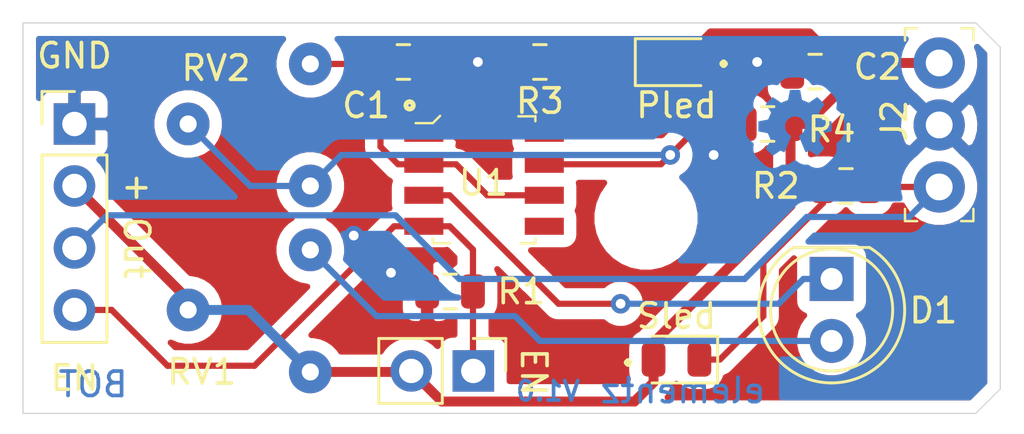
<source format=kicad_pcb>
(kicad_pcb (version 20171130) (host pcbnew 5.1.5-52549c5~86~ubuntu16.04.1)

  (general
    (thickness 1.6)
    (drawings 19)
    (tracks 95)
    (zones 0)
    (modules 17)
    (nets 11)
  )

  (page A4)
  (title_block
    (title "IR Sensor Module 555 V1.0 Model A")
    (date 2020-07-23)
    (rev V1.0)
    (company "Elementz Engineers Guild Pvt Ltd")
    (comment 1 "Verified by : Jerryl")
    (comment 2 "Drawn by : Anandu")
  )

  (layers
    (0 F.Cu signal)
    (31 B.Cu signal)
    (32 B.Adhes user hide)
    (33 F.Adhes user hide)
    (34 B.Paste user)
    (35 F.Paste user)
    (36 B.SilkS user)
    (37 F.SilkS user)
    (38 B.Mask user)
    (39 F.Mask user)
    (40 Dwgs.User user hide)
    (41 Cmts.User user hide)
    (42 Eco1.User user hide)
    (43 Eco2.User user hide)
    (44 Edge.Cuts user)
    (45 Margin user hide)
    (46 B.CrtYd user hide)
    (47 F.CrtYd user)
    (48 B.Fab user hide)
    (49 F.Fab user hide)
  )

  (setup
    (last_trace_width 0.254)
    (trace_clearance 0.2)
    (zone_clearance 0.508)
    (zone_45_only no)
    (trace_min 0.2)
    (via_size 0.8)
    (via_drill 0.4)
    (via_min_size 0.4)
    (via_min_drill 0.3)
    (uvia_size 0.3)
    (uvia_drill 0.1)
    (uvias_allowed no)
    (uvia_min_size 0.2)
    (uvia_min_drill 0.1)
    (edge_width 0.05)
    (segment_width 0.2)
    (pcb_text_width 0.3)
    (pcb_text_size 1.5 1.5)
    (mod_edge_width 0.12)
    (mod_text_size 1 1)
    (mod_text_width 0.15)
    (pad_size 3.2 3.2)
    (pad_drill 3.2)
    (pad_to_mask_clearance 0.051)
    (solder_mask_min_width 0.25)
    (aux_axis_origin 0 0)
    (visible_elements FFFFFF7F)
    (pcbplotparams
      (layerselection 0x010fc_ffffffff)
      (usegerberextensions false)
      (usegerberattributes false)
      (usegerberadvancedattributes false)
      (creategerberjobfile false)
      (excludeedgelayer true)
      (linewidth 0.100000)
      (plotframeref false)
      (viasonmask false)
      (mode 1)
      (useauxorigin false)
      (hpglpennumber 1)
      (hpglpenspeed 20)
      (hpglpendiameter 15.000000)
      (psnegative false)
      (psa4output false)
      (plotreference true)
      (plotvalue false)
      (plotinvisibletext false)
      (padsonsilk true)
      (subtractmaskfromsilk false)
      (outputformat 1)
      (mirror false)
      (drillshape 0)
      (scaleselection 1)
      (outputdirectory "Gerber/"))
  )

  (net 0 "")
  (net 1 GND)
  (net 2 "Net-(C1-Pad1)")
  (net 3 /+VCC)
  (net 4 "Net-(D1-Pad2)")
  (net 5 "Net-(D1-Pad1)")
  (net 6 /EN)
  (net 7 /OUT)
  (net 8 "Net-(R4-Pad1)")
  (net 9 "Net-(Pled1-Pad1)")
  (net 10 "Net-(R2-Pad1)")

  (net_class Default "This is the default net class."
    (clearance 0.2)
    (trace_width 0.254)
    (via_dia 0.8)
    (via_drill 0.4)
    (uvia_dia 0.3)
    (uvia_drill 0.1)
    (add_net /EN)
    (add_net /OUT)
    (add_net GND)
    (add_net "Net-(C1-Pad1)")
    (add_net "Net-(D1-Pad1)")
    (add_net "Net-(D1-Pad2)")
    (add_net "Net-(Pled1-Pad1)")
    (add_net "Net-(R2-Pad1)")
    (add_net "Net-(R4-Pad1)")
  )

  (net_class vcc ""
    (clearance 0.2)
    (trace_width 0.4064)
    (via_dia 0.8)
    (via_drill 0.4)
    (uvia_dia 0.3)
    (uvia_drill 0.1)
    (add_net /+VCC)
  )

  (module OSHW-logo:OSHW-logo_copper-back_3mm (layer B.Cu) (tedit 0) (tstamp 5F189342)
    (at 131.5974 104.0892 180)
    (fp_text reference G*** (at 0 -1.59004) (layer B.SilkS) hide
      (effects (font (size 0.13462 0.13462) (thickness 0.0254)) (justify mirror))
    )
    (fp_text value OSHW-logo_copper-back_3mm (at 0 1.59004) (layer B.SilkS) hide
      (effects (font (size 0.13462 0.13462) (thickness 0.0254)) (justify mirror))
    )
    (fp_poly (pts (xy 0.90932 -1.3462) (xy 0.89154 -1.33858) (xy 0.85852 -1.31572) (xy 0.80772 -1.2827)
      (xy 0.7493 -1.2446) (xy 0.68834 -1.20396) (xy 0.64008 -1.17094) (xy 0.60452 -1.14808)
      (xy 0.59182 -1.14046) (xy 0.5842 -1.143) (xy 0.55626 -1.15824) (xy 0.51562 -1.17856)
      (xy 0.49022 -1.19126) (xy 0.45212 -1.2065) (xy 0.43434 -1.21158) (xy 0.4318 -1.2065)
      (xy 0.41656 -1.17602) (xy 0.39624 -1.12776) (xy 0.3683 -1.06172) (xy 0.33528 -0.98552)
      (xy 0.29972 -0.90424) (xy 0.2667 -0.82042) (xy 0.23368 -0.74168) (xy 0.2032 -0.66802)
      (xy 0.18034 -0.6096) (xy 0.1651 -0.56896) (xy 0.15748 -0.55118) (xy 0.16002 -0.54864)
      (xy 0.1778 -0.53086) (xy 0.21082 -0.50546) (xy 0.28194 -0.44704) (xy 0.35306 -0.36068)
      (xy 0.39624 -0.26162) (xy 0.40894 -0.14986) (xy 0.39878 -0.04826) (xy 0.35814 0.04826)
      (xy 0.28956 0.13716) (xy 0.20574 0.2032) (xy 0.10922 0.24384) (xy 0 0.25654)
      (xy -0.10414 0.24638) (xy -0.2032 0.20574) (xy -0.2921 0.1397) (xy -0.3302 0.09652)
      (xy -0.381 0.00508) (xy -0.41148 -0.0889) (xy -0.41402 -0.11176) (xy -0.40894 -0.21844)
      (xy -0.37846 -0.32004) (xy -0.32258 -0.40894) (xy -0.24638 -0.4826) (xy -0.23622 -0.49022)
      (xy -0.20066 -0.51816) (xy -0.17526 -0.53594) (xy -0.15748 -0.55118) (xy -0.2921 -0.87376)
      (xy -0.31242 -0.92456) (xy -0.35052 -1.01346) (xy -0.381 -1.08966) (xy -0.40894 -1.15062)
      (xy -0.42672 -1.19126) (xy -0.43434 -1.2065) (xy -0.44704 -1.20904) (xy -0.4699 -1.20142)
      (xy -0.51562 -1.17856) (xy -0.5461 -1.16332) (xy -0.57912 -1.14808) (xy -0.59436 -1.14046)
      (xy -0.6096 -1.14808) (xy -0.64262 -1.1684) (xy -0.68834 -1.20142) (xy -0.74676 -1.23952)
      (xy -0.80264 -1.27762) (xy -0.85344 -1.31064) (xy -0.889 -1.33604) (xy -0.90678 -1.34366)
      (xy -0.90932 -1.34366) (xy -0.9271 -1.33604) (xy -0.95504 -1.31064) (xy -0.99822 -1.27)
      (xy -1.06172 -1.20904) (xy -1.07188 -1.19888) (xy -1.12268 -1.14808) (xy -1.16332 -1.10236)
      (xy -1.19126 -1.07188) (xy -1.20142 -1.05918) (xy -1.19126 -1.0414) (xy -1.1684 -1.0033)
      (xy -1.13538 -0.9525) (xy -1.09474 -0.89154) (xy -0.98806 -0.7366) (xy -1.04648 -0.59182)
      (xy -1.06426 -0.5461) (xy -1.08712 -0.49022) (xy -1.1049 -0.45212) (xy -1.11252 -0.43434)
      (xy -1.1303 -0.42926) (xy -1.1684 -0.4191) (xy -1.22682 -0.40894) (xy -1.29794 -0.39624)
      (xy -1.36398 -0.38354) (xy -1.4224 -0.37084) (xy -1.46558 -0.36322) (xy -1.4859 -0.36068)
      (xy -1.49098 -0.3556) (xy -1.49352 -0.34798) (xy -1.49606 -0.32766) (xy -1.4986 -0.28956)
      (xy -1.4986 -0.23368) (xy -1.4986 -0.14986) (xy -1.4986 -0.14224) (xy -1.4986 -0.0635)
      (xy -1.49606 0) (xy -1.49352 0.0381) (xy -1.49098 0.05588) (xy -1.4732 0.06096)
      (xy -1.43002 0.06858) (xy -1.3716 0.08128) (xy -1.30048 0.09398) (xy -1.2954 0.09398)
      (xy -1.22428 0.10922) (xy -1.16586 0.12192) (xy -1.12268 0.12954) (xy -1.1049 0.13716)
      (xy -1.10236 0.14224) (xy -1.08712 0.17018) (xy -1.0668 0.21336) (xy -1.04394 0.2667)
      (xy -1.02108 0.32258) (xy -1.00076 0.37338) (xy -0.98806 0.40894) (xy -0.98298 0.42672)
      (xy -0.99314 0.4445) (xy -1.01854 0.48006) (xy -1.0541 0.53086) (xy -1.09474 0.59182)
      (xy -1.09728 0.5969) (xy -1.13792 0.65786) (xy -1.17094 0.70866) (xy -1.1938 0.74422)
      (xy -1.20142 0.75946) (xy -1.20142 0.762) (xy -1.18872 0.77978) (xy -1.15824 0.8128)
      (xy -1.11252 0.85852) (xy -1.06172 0.91186) (xy -1.04394 0.9271) (xy -0.98552 0.98552)
      (xy -0.94488 1.02108) (xy -0.91948 1.0414) (xy -0.90932 1.04648) (xy -0.90678 1.04648)
      (xy -0.889 1.03632) (xy -0.8509 1.01092) (xy -0.8001 0.97536) (xy -0.73914 0.93472)
      (xy -0.7366 0.93218) (xy -0.67564 0.89154) (xy -0.62484 0.85598) (xy -0.58928 0.83312)
      (xy -0.57404 0.8255) (xy -0.5715 0.8255) (xy -0.54864 0.83058) (xy -0.50546 0.84582)
      (xy -0.45212 0.86614) (xy -0.39624 0.889) (xy -0.34544 0.90932) (xy -0.30988 0.9271)
      (xy -0.2921 0.93726) (xy -0.28956 0.93726) (xy -0.28448 0.96012) (xy -0.27432 1.00584)
      (xy -0.26162 1.0668) (xy -0.24638 1.14046) (xy -0.24384 1.15062) (xy -0.23114 1.22428)
      (xy -0.22098 1.2827) (xy -0.21082 1.32334) (xy -0.20828 1.34112) (xy -0.19812 1.34112)
      (xy -0.16256 1.34366) (xy -0.10922 1.3462) (xy -0.04318 1.3462) (xy 0.02286 1.3462)
      (xy 0.0889 1.3462) (xy 0.14478 1.34366) (xy 0.18542 1.34112) (xy 0.2032 1.33604)
      (xy 0.20828 1.31318) (xy 0.21844 1.27) (xy 0.23114 1.2065) (xy 0.24638 1.13284)
      (xy 0.24892 1.12014) (xy 0.26162 1.04902) (xy 0.27432 0.9906) (xy 0.28194 0.94996)
      (xy 0.28702 0.93472) (xy 0.2921 0.93218) (xy 0.32258 0.91694) (xy 0.37084 0.89916)
      (xy 0.42926 0.87376) (xy 0.56642 0.81788) (xy 0.73406 0.93472) (xy 0.7493 0.94488)
      (xy 0.81026 0.98552) (xy 0.86106 1.01854) (xy 0.89662 1.0414) (xy 0.90932 1.04902)
      (xy 0.91186 1.04902) (xy 0.9271 1.03378) (xy 0.96012 1.0033) (xy 1.00584 0.95758)
      (xy 1.05918 0.90678) (xy 1.09982 0.86614) (xy 1.14554 0.82042) (xy 1.17348 0.7874)
      (xy 1.19126 0.76708) (xy 1.19634 0.75438) (xy 1.1938 0.74676) (xy 1.18364 0.72898)
      (xy 1.15824 0.69342) (xy 1.12522 0.64008) (xy 1.08458 0.58166) (xy 1.04902 0.53086)
      (xy 1.01346 0.47498) (xy 0.9906 0.43434) (xy 0.98044 0.41656) (xy 0.98298 0.4064)
      (xy 0.99568 0.37338) (xy 1.016 0.32512) (xy 1.0414 0.26416) (xy 1.09982 0.13208)
      (xy 1.18618 0.1143) (xy 1.23952 0.10414) (xy 1.31318 0.09144) (xy 1.3843 0.0762)
      (xy 1.49606 0.05588) (xy 1.4986 -0.34798) (xy 1.48082 -0.3556) (xy 1.46558 -0.36068)
      (xy 1.42494 -0.37084) (xy 1.36652 -0.381) (xy 1.29794 -0.3937) (xy 1.23698 -0.4064)
      (xy 1.17856 -0.41656) (xy 1.13538 -0.42418) (xy 1.1176 -0.42926) (xy 1.11252 -0.43434)
      (xy 1.09728 -0.46482) (xy 1.07696 -0.51054) (xy 1.0541 -0.56388) (xy 1.0287 -0.6223)
      (xy 1.00838 -0.6731) (xy 0.99314 -0.71374) (xy 0.98806 -0.73406) (xy 0.99568 -0.7493)
      (xy 1.01854 -0.78486) (xy 1.05156 -0.83566) (xy 1.0922 -0.89408) (xy 1.13284 -0.9525)
      (xy 1.16586 -1.0033) (xy 1.19126 -1.03886) (xy 1.19888 -1.05664) (xy 1.1938 -1.0668)
      (xy 1.17094 -1.09474) (xy 1.12776 -1.14046) (xy 1.06172 -1.2065) (xy 1.04902 -1.21666)
      (xy 0.99822 -1.26746) (xy 0.9525 -1.3081) (xy 0.92202 -1.33604) (xy 0.90932 -1.3462)) (layer B.Cu) (width 0.00254))
  )

  (module MountingHole:MountingHole_3.2mm_M3 (layer F.Cu) (tedit 5F17F383) (tstamp 5F17F456)
    (at 125.5 108)
    (descr "Mounting Hole 3.2mm, no annular, M3")
    (tags "mounting hole 3.2mm no annular m3")
    (path /5F18D6F5)
    (attr virtual)
    (fp_text reference H1 (at 0 -4.2) (layer F.SilkS) hide
      (effects (font (size 1 1) (thickness 0.15)))
    )
    (fp_text value MountingHole (at 0 4.2) (layer F.Fab)
      (effects (font (size 1 1) (thickness 0.15)))
    )
    (fp_circle (center 0 0) (end 3.2 0) (layer Cmts.User) (width 0.15))
    (fp_text user %R (at 0.3 0) (layer F.Fab)
      (effects (font (size 1 1) (thickness 0.15)))
    )
    (pad 1 np_thru_hole circle (at 0 0) (size 3.2 3.2) (drill 3.2) (layers *.Cu *.Mask))
  )

  (module Potentiometer_THT:Potentiometer_Bourns_3339P_Vertical_HandSoldering (layer F.Cu) (tedit 5F17D71B) (tstamp 5F172261)
    (at 111.76 114.3)
    (descr "Potentiometer, vertical, Bourns 3339P, hand-soldering, http://www.bourns.com/docs/Product-Datasheets/3339.pdf")
    (tags "Potentiometer vertical Bourns 3339P hand-soldering")
    (path /5F1CA57D)
    (fp_text reference RV1 (at -4.445 0) (layer F.SilkS)
      (effects (font (size 1 1) (thickness 0.15)))
    )
    (fp_text value 10K (at 0 2.52) (layer F.Fab)
      (effects (font (size 1 1) (thickness 0.15)))
    )
    (fp_text user %R (at -3.018 -2.54 90) (layer F.Fab)
      (effects (font (size 0.66 0.66) (thickness 0.15)))
    )
    (fp_line (start 1.016 -6.016) (end -6.016 -6.016) (layer F.CrtYd) (width 0.05))
    (fp_line (start 1.016 1.016) (end 1.016 -6.016) (layer F.CrtYd) (width 0.05))
    (fp_line (start -6.016 1.016) (end 1.016 1.016) (layer F.CrtYd) (width 0.05))
    (fp_line (start -6.016 -6.016) (end -6.016 1.016) (layer F.CrtYd) (width 0.05))
    (fp_line (start 0 -0.064) (end 0.001 -5.014) (layer F.Fab) (width 0.1))
    (fp_line (start 0 -0.064) (end 0.001 -5.014) (layer F.Fab) (width 0.1))
    (pad 1 thru_hole circle (at 0 0) (size 1.75 1.75) (drill 0.7) (layers *.Cu *.Mask)
      (net 3 /+VCC))
    (pad 2 thru_hole circle (at -5 -2.54) (size 1.75 1.75) (drill 0.7) (layers *.Cu *.Mask)
      (net 3 /+VCC))
    (pad 3 thru_hole circle (at 0 -5) (size 1.75 1.75) (drill 0.7) (layers *.Cu *.Mask)
      (net 4 "Net-(D1-Pad2)"))
    (model ${KISYS3DMOD}/Potentiometer_THT.3dshapes/Potentiometer_Bourns_3339P_Vertical.wrl
      (at (xyz 0 0 0))
      (scale (xyz 1 1 1))
      (rotate (xyz 0 0 0))
    )
  )

  (module Potentiometer_THT:Potentiometer_Bourns_3339P_Vertical_HandSoldering (layer F.Cu) (tedit 5F17D667) (tstamp 5F182E6A)
    (at 111.76 106.68)
    (descr "Potentiometer, vertical, Bourns 3339P, hand-soldering, http://www.bourns.com/docs/Product-Datasheets/3339.pdf")
    (tags "Potentiometer vertical Bourns 3339P hand-soldering")
    (path /5F182CF3)
    (fp_text reference RV2 (at -3.8608 -4.826) (layer F.SilkS)
      (effects (font (size 1 1) (thickness 0.15)))
    )
    (fp_text value 10K (at 0 2.52) (layer F.Fab)
      (effects (font (size 1 1) (thickness 0.15)))
    )
    (fp_text user %R (at -3.018 -2.54 90) (layer F.Fab)
      (effects (font (size 0.66 0.66) (thickness 0.15)))
    )
    (fp_line (start 1.016 -6.016) (end -6.016 -6.016) (layer F.CrtYd) (width 0.05))
    (fp_line (start 1.016 1.016) (end 1.016 -6.016) (layer F.CrtYd) (width 0.05))
    (fp_line (start -6.016 1.016) (end 1.016 1.016) (layer F.CrtYd) (width 0.05))
    (fp_line (start -6.016 -6.016) (end -6.016 1.016) (layer F.CrtYd) (width 0.05))
    (fp_line (start 0 -0.064) (end 0.001 -5.014) (layer F.Fab) (width 0.1))
    (fp_line (start 0 -0.064) (end 0.001 -5.014) (layer F.Fab) (width 0.1))
    (pad 1 thru_hole circle (at 0 0) (size 1.75 1.75) (drill 0.7) (layers *.Cu *.Mask)
      (net 8 "Net-(R4-Pad1)"))
    (pad 2 thru_hole circle (at -5 -2.54) (size 1.75 1.75) (drill 0.7) (layers *.Cu *.Mask)
      (net 8 "Net-(R4-Pad1)"))
    (pad 3 thru_hole circle (at 0 -5) (size 1.75 1.75) (drill 0.7) (layers *.Cu *.Mask)
      (net 2 "Net-(C1-Pad1)"))
    (model ${KISYS3DMOD}/Potentiometer_THT.3dshapes/Potentiometer_Bourns_3339P_Vertical.wrl
      (at (xyz 0 0 0))
      (scale (xyz 1 1 1))
      (rotate (xyz 0 0 0))
    )
  )

  (module Connector_PinHeader_2.54mm:PinHeader_1x04_P2.54mm_Vertical (layer F.Cu) (tedit 59FED5CC) (tstamp 5F1721DF)
    (at 102.108 104.14)
    (descr "Through hole straight pin header, 1x04, 2.54mm pitch, single row")
    (tags "Through hole pin header THT 1x04 2.54mm single row")
    (path /5F1A5665)
    (fp_text reference J1 (at 0 -2.54) (layer F.SilkS) hide
      (effects (font (size 1.016 1.016) (thickness 0.15)))
    )
    (fp_text value 0022232041 (at 0 9.95) (layer F.Fab)
      (effects (font (size 1 1) (thickness 0.15)))
    )
    (fp_text user %R (at 0 3.81 90) (layer F.Fab)
      (effects (font (size 1 1) (thickness 0.15)))
    )
    (fp_line (start 1.8 -1.8) (end -1.8 -1.8) (layer F.CrtYd) (width 0.05))
    (fp_line (start 1.8 9.4) (end 1.8 -1.8) (layer F.CrtYd) (width 0.05))
    (fp_line (start -1.8 9.4) (end 1.8 9.4) (layer F.CrtYd) (width 0.05))
    (fp_line (start -1.8 -1.8) (end -1.8 9.4) (layer F.CrtYd) (width 0.05))
    (fp_line (start -1.33 -1.33) (end 0 -1.33) (layer F.SilkS) (width 0.12))
    (fp_line (start -1.33 0) (end -1.33 -1.33) (layer F.SilkS) (width 0.12))
    (fp_line (start -1.33 1.27) (end 1.33 1.27) (layer F.SilkS) (width 0.12))
    (fp_line (start 1.33 1.27) (end 1.33 8.95) (layer F.SilkS) (width 0.12))
    (fp_line (start -1.33 1.27) (end -1.33 8.95) (layer F.SilkS) (width 0.12))
    (fp_line (start -1.33 8.95) (end 1.33 8.95) (layer F.SilkS) (width 0.12))
    (fp_line (start -1.27 -0.635) (end -0.635 -1.27) (layer F.Fab) (width 0.1))
    (fp_line (start -1.27 8.89) (end -1.27 -0.635) (layer F.Fab) (width 0.1))
    (fp_line (start 1.27 8.89) (end -1.27 8.89) (layer F.Fab) (width 0.1))
    (fp_line (start 1.27 -1.27) (end 1.27 8.89) (layer F.Fab) (width 0.1))
    (fp_line (start -0.635 -1.27) (end 1.27 -1.27) (layer F.Fab) (width 0.1))
    (pad 4 thru_hole oval (at 0 7.62) (size 1.7 1.7) (drill 1) (layers *.Cu *.Mask)
      (net 6 /EN))
    (pad 3 thru_hole oval (at 0 5.08) (size 1.7 1.7) (drill 1) (layers *.Cu *.Mask)
      (net 7 /OUT))
    (pad 2 thru_hole oval (at 0 2.54) (size 1.7 1.7) (drill 1) (layers *.Cu *.Mask)
      (net 3 /+VCC))
    (pad 1 thru_hole rect (at 0 0) (size 1.7 1.7) (drill 1) (layers *.Cu *.Mask)
      (net 1 GND))
    (model ${KISYS3DMOD}/Connector_PinHeader_2.54mm.3dshapes/PinHeader_1x04_P2.54mm_Vertical.wrl
      (at (xyz 0 0 0))
      (scale (xyz 1 1 1))
      (rotate (xyz 0 0 0))
    )
  )

  (module digikey-footprints:SOIC-8_W5.3mm (layer F.Cu) (tedit 5D28A54C) (tstamp 5F1832D4)
    (at 118.872 106.426)
    (descr http://ww1.microchip.com/downloads/en/DeviceDoc/Atmel-2586-AVR-8-bit-Microcontroller-ATtiny25-ATtiny45-ATtiny85_Datasheet-Summary.pdf)
    (path /5F16E36A)
    (attr smd)
    (fp_text reference U1 (at -0.0254 0.127) (layer F.SilkS)
      (effects (font (size 1 1) (thickness 0.15)))
    )
    (fp_text value NE555P (at 0 4.25) (layer F.Fab)
      (effects (font (size 1 1) (thickness 0.15)))
    )
    (fp_line (start -1.995 2.49) (end 1.995 2.49) (layer F.Fab) (width 0.1))
    (fp_line (start 1.995 2.49) (end 1.995 -2.49) (layer F.Fab) (width 0.1))
    (fp_line (start -2 -2.25) (end -1.75 -2.5) (layer F.Fab) (width 0.1))
    (fp_line (start 1.99 -2.5) (end -1.75 -2.5) (layer F.Fab) (width 0.1))
    (fp_line (start -2 2.49) (end -2 -2.25) (layer F.Fab) (width 0.1))
    (fp_text user %R (at 0 0) (layer F.Fab)
      (effects (font (size 0.7 0.7) (thickness 0.07)))
    )
    (fp_line (start -2.1 -2.32) (end -2.8 -2.32) (layer F.SilkS) (width 0.1))
    (fp_line (start -1.8 -2.62) (end -2.1 -2.32) (layer F.SilkS) (width 0.1))
    (fp_line (start 2.1 -2.6) (end 2.1 -2.4) (layer F.SilkS) (width 0.1))
    (fp_line (start 1.4 -2.6) (end 2.1 -2.6) (layer F.SilkS) (width 0.1))
    (fp_line (start 2.1 2.6) (end 1.5 2.6) (layer F.SilkS) (width 0.1))
    (fp_line (start 2.1 2.4) (end 2.1 2.6) (layer F.SilkS) (width 0.1))
    (fp_line (start -2.1 2.6) (end -1.4 2.6) (layer F.SilkS) (width 0.1))
    (fp_line (start -2.1 2.4) (end -2.1 2.6) (layer F.SilkS) (width 0.1))
    (fp_line (start -3.75 2.75) (end 3.5 2.75) (layer F.CrtYd) (width 0.05))
    (fp_line (start -3.75 -2.75) (end -3.75 2.75) (layer F.CrtYd) (width 0.05))
    (fp_line (start 3.5 -2.75) (end 3.5 2.75) (layer F.CrtYd) (width 0.05))
    (fp_line (start -3.75 -2.75) (end 3.5 -2.75) (layer F.CrtYd) (width 0.05))
    (pad 8 smd rect (at 2.465 -1.905) (size 1.6 0.7) (layers F.Cu F.Paste F.Mask)
      (net 3 /+VCC))
    (pad 7 smd rect (at 2.465 -0.635) (size 1.6 0.7) (layers F.Cu F.Paste F.Mask)
      (net 8 "Net-(R4-Pad1)"))
    (pad 6 smd rect (at 2.465 0.635) (size 1.6 0.7) (layers F.Cu F.Paste F.Mask)
      (net 2 "Net-(C1-Pad1)"))
    (pad 5 smd rect (at 2.465 1.905) (size 1.6 0.7) (layers F.Cu F.Paste F.Mask))
    (pad 1 smd rect (at -2.465 -1.905) (size 1.6 0.7) (layers F.Cu F.Paste F.Mask)
      (net 1 GND))
    (pad 4 smd rect (at -2.465 1.905) (size 1.6 0.7) (layers F.Cu F.Paste F.Mask)
      (net 6 /EN))
    (pad 2 smd rect (at -2.465 -0.635) (size 1.6 0.7) (layers F.Cu F.Paste F.Mask)
      (net 2 "Net-(C1-Pad1)"))
    (pad 3 smd rect (at -2.465 0.635) (size 1.6 0.7) (layers F.Cu F.Paste F.Mask)
      (net 5 "Net-(D1-Pad1)"))
  )

  (module Resistor_SMD:R_0805_2012Metric (layer F.Cu) (tedit 5B36C52B) (tstamp 5F183CFE)
    (at 130.4775 104.14)
    (descr "Resistor SMD 0805 (2012 Metric), square (rectangular) end terminal, IPC_7351 nominal, (Body size source: https://docs.google.com/spreadsheets/d/1BsfQQcO9C6DZCsRaXUlFlo91Tg2WpOkGARC1WS5S8t0/edit?usp=sharing), generated with kicad-footprint-generator")
    (tags resistor)
    (path /5F171030)
    (attr smd)
    (fp_text reference R4 (at 2.6185 0.2286) (layer F.SilkS)
      (effects (font (size 1 1) (thickness 0.15)))
    )
    (fp_text value 22K (at 0 1.65) (layer F.Fab)
      (effects (font (size 1 1) (thickness 0.15)))
    )
    (fp_text user %R (at 0 0) (layer F.Fab)
      (effects (font (size 0.5 0.5) (thickness 0.08)))
    )
    (fp_line (start 1.68 0.95) (end -1.68 0.95) (layer F.CrtYd) (width 0.05))
    (fp_line (start 1.68 -0.95) (end 1.68 0.95) (layer F.CrtYd) (width 0.05))
    (fp_line (start -1.68 -0.95) (end 1.68 -0.95) (layer F.CrtYd) (width 0.05))
    (fp_line (start -1.68 0.95) (end -1.68 -0.95) (layer F.CrtYd) (width 0.05))
    (fp_line (start -0.258578 0.71) (end 0.258578 0.71) (layer F.SilkS) (width 0.12))
    (fp_line (start -0.258578 -0.71) (end 0.258578 -0.71) (layer F.SilkS) (width 0.12))
    (fp_line (start 1 0.6) (end -1 0.6) (layer F.Fab) (width 0.1))
    (fp_line (start 1 -0.6) (end 1 0.6) (layer F.Fab) (width 0.1))
    (fp_line (start -1 -0.6) (end 1 -0.6) (layer F.Fab) (width 0.1))
    (fp_line (start -1 0.6) (end -1 -0.6) (layer F.Fab) (width 0.1))
    (pad 2 smd roundrect (at 0.9375 0) (size 0.975 1.4) (layers F.Cu F.Paste F.Mask) (roundrect_rratio 0.25)
      (net 3 /+VCC))
    (pad 1 smd roundrect (at -0.9375 0) (size 0.975 1.4) (layers F.Cu F.Paste F.Mask) (roundrect_rratio 0.25)
      (net 8 "Net-(R4-Pad1)"))
    (model ${KISYS3DMOD}/Resistor_SMD.3dshapes/R_0805_2012Metric.wrl
      (at (xyz 0 0 0))
      (scale (xyz 1 1 1))
      (rotate (xyz 0 0 0))
    )
  )

  (module Resistor_SMD:R_0805_2012Metric (layer F.Cu) (tedit 5B36C52B) (tstamp 5F17223F)
    (at 121.158 101.6 180)
    (descr "Resistor SMD 0805 (2012 Metric), square (rectangular) end terminal, IPC_7351 nominal, (Body size source: https://docs.google.com/spreadsheets/d/1BsfQQcO9C6DZCsRaXUlFlo91Tg2WpOkGARC1WS5S8t0/edit?usp=sharing), generated with kicad-footprint-generator")
    (tags resistor)
    (path /5F170E35)
    (attr smd)
    (fp_text reference R3 (at 0 -1.6026) (layer F.SilkS)
      (effects (font (size 1 1) (thickness 0.15)))
    )
    (fp_text value 2K (at 0 1.65) (layer F.Fab)
      (effects (font (size 1 1) (thickness 0.15)))
    )
    (fp_text user %R (at 0 0) (layer F.Fab)
      (effects (font (size 0.5 0.5) (thickness 0.08)))
    )
    (fp_line (start 1.68 0.95) (end -1.68 0.95) (layer F.CrtYd) (width 0.05))
    (fp_line (start 1.68 -0.95) (end 1.68 0.95) (layer F.CrtYd) (width 0.05))
    (fp_line (start -1.68 -0.95) (end 1.68 -0.95) (layer F.CrtYd) (width 0.05))
    (fp_line (start -1.68 0.95) (end -1.68 -0.95) (layer F.CrtYd) (width 0.05))
    (fp_line (start -0.258578 0.71) (end 0.258578 0.71) (layer F.SilkS) (width 0.12))
    (fp_line (start -0.258578 -0.71) (end 0.258578 -0.71) (layer F.SilkS) (width 0.12))
    (fp_line (start 1 0.6) (end -1 0.6) (layer F.Fab) (width 0.1))
    (fp_line (start 1 -0.6) (end 1 0.6) (layer F.Fab) (width 0.1))
    (fp_line (start -1 -0.6) (end 1 -0.6) (layer F.Fab) (width 0.1))
    (fp_line (start -1 0.6) (end -1 -0.6) (layer F.Fab) (width 0.1))
    (pad 2 smd roundrect (at 0.9375 0 180) (size 0.975 1.4) (layers F.Cu F.Paste F.Mask) (roundrect_rratio 0.25)
      (net 1 GND))
    (pad 1 smd roundrect (at -0.9375 0 180) (size 0.975 1.4) (layers F.Cu F.Paste F.Mask) (roundrect_rratio 0.25)
      (net 9 "Net-(Pled1-Pad1)"))
    (model ${KISYS3DMOD}/Resistor_SMD.3dshapes/R_0805_2012Metric.wrl
      (at (xyz 0 0 0))
      (scale (xyz 1 1 1))
      (rotate (xyz 0 0 0))
    )
  )

  (module Resistor_SMD:R_0805_2012Metric (layer F.Cu) (tedit 5B36C52B) (tstamp 5F17222E)
    (at 133.6825 106.68)
    (descr "Resistor SMD 0805 (2012 Metric), square (rectangular) end terminal, IPC_7351 nominal, (Body size source: https://docs.google.com/spreadsheets/d/1BsfQQcO9C6DZCsRaXUlFlo91Tg2WpOkGARC1WS5S8t0/edit?usp=sharing), generated with kicad-footprint-generator")
    (tags resistor)
    (path /5F16FD9B)
    (attr smd)
    (fp_text reference R2 (at -2.8725 0) (layer F.SilkS)
      (effects (font (size 1 1) (thickness 0.15)))
    )
    (fp_text value 2K (at 0 1.65) (layer F.Fab)
      (effects (font (size 1 1) (thickness 0.15)))
    )
    (fp_text user %R (at 0 0) (layer F.Fab)
      (effects (font (size 0.5 0.5) (thickness 0.08)))
    )
    (fp_line (start 1.68 0.95) (end -1.68 0.95) (layer F.CrtYd) (width 0.05))
    (fp_line (start 1.68 -0.95) (end 1.68 0.95) (layer F.CrtYd) (width 0.05))
    (fp_line (start -1.68 -0.95) (end 1.68 -0.95) (layer F.CrtYd) (width 0.05))
    (fp_line (start -1.68 0.95) (end -1.68 -0.95) (layer F.CrtYd) (width 0.05))
    (fp_line (start -0.258578 0.71) (end 0.258578 0.71) (layer F.SilkS) (width 0.12))
    (fp_line (start -0.258578 -0.71) (end 0.258578 -0.71) (layer F.SilkS) (width 0.12))
    (fp_line (start 1 0.6) (end -1 0.6) (layer F.Fab) (width 0.1))
    (fp_line (start 1 -0.6) (end 1 0.6) (layer F.Fab) (width 0.1))
    (fp_line (start -1 -0.6) (end 1 -0.6) (layer F.Fab) (width 0.1))
    (fp_line (start -1 0.6) (end -1 -0.6) (layer F.Fab) (width 0.1))
    (pad 2 smd roundrect (at 0.9375 0) (size 0.975 1.4) (layers F.Cu F.Paste F.Mask) (roundrect_rratio 0.25)
      (net 7 /OUT))
    (pad 1 smd roundrect (at -0.9375 0) (size 0.975 1.4) (layers F.Cu F.Paste F.Mask) (roundrect_rratio 0.25)
      (net 10 "Net-(R2-Pad1)"))
    (model ${KISYS3DMOD}/Resistor_SMD.3dshapes/R_0805_2012Metric.wrl
      (at (xyz 0 0 0))
      (scale (xyz 1 1 1))
      (rotate (xyz 0 0 0))
    )
  )

  (module Resistor_SMD:R_0805_2012Metric (layer F.Cu) (tedit 5B36C52B) (tstamp 5F17221D)
    (at 117.480735 111.00411)
    (descr "Resistor SMD 0805 (2012 Metric), square (rectangular) end terminal, IPC_7351 nominal, (Body size source: https://docs.google.com/spreadsheets/d/1BsfQQcO9C6DZCsRaXUlFlo91Tg2WpOkGARC1WS5S8t0/edit?usp=sharing), generated with kicad-footprint-generator")
    (tags resistor)
    (path /5F1719FE)
    (attr smd)
    (fp_text reference R1 (at 2.915265 0.001811) (layer F.SilkS)
      (effects (font (size 1 1) (thickness 0.15)))
    )
    (fp_text value 22K (at 0 1.65) (layer F.Fab)
      (effects (font (size 1 1) (thickness 0.15)))
    )
    (fp_text user %R (at 0 0) (layer F.Fab)
      (effects (font (size 0.5 0.5) (thickness 0.08)))
    )
    (fp_line (start 1.68 0.95) (end -1.68 0.95) (layer F.CrtYd) (width 0.05))
    (fp_line (start 1.68 -0.95) (end 1.68 0.95) (layer F.CrtYd) (width 0.05))
    (fp_line (start -1.68 -0.95) (end 1.68 -0.95) (layer F.CrtYd) (width 0.05))
    (fp_line (start -1.68 0.95) (end -1.68 -0.95) (layer F.CrtYd) (width 0.05))
    (fp_line (start -0.258578 0.71) (end 0.258578 0.71) (layer F.SilkS) (width 0.12))
    (fp_line (start -0.258578 -0.71) (end 0.258578 -0.71) (layer F.SilkS) (width 0.12))
    (fp_line (start 1 0.6) (end -1 0.6) (layer F.Fab) (width 0.1))
    (fp_line (start 1 -0.6) (end 1 0.6) (layer F.Fab) (width 0.1))
    (fp_line (start -1 -0.6) (end 1 -0.6) (layer F.Fab) (width 0.1))
    (fp_line (start -1 0.6) (end -1 -0.6) (layer F.Fab) (width 0.1))
    (pad 2 smd roundrect (at 0.9375 0) (size 0.975 1.4) (layers F.Cu F.Paste F.Mask) (roundrect_rratio 0.25)
      (net 6 /EN))
    (pad 1 smd roundrect (at -0.9375 0) (size 0.975 1.4) (layers F.Cu F.Paste F.Mask) (roundrect_rratio 0.25)
      (net 1 GND))
    (model ${KISYS3DMOD}/Resistor_SMD.3dshapes/R_0805_2012Metric.wrl
      (at (xyz 0 0 0))
      (scale (xyz 1 1 1))
      (rotate (xyz 0 0 0))
    )
  )

  (module Connector_PinHeader_2.54mm:PinHeader_1x02_P2.54mm_Vertical (layer F.Cu) (tedit 59FED5CC) (tstamp 5F17220C)
    (at 118.432005 114.258717 270)
    (descr "Through hole straight pin header, 1x02, 2.54mm pitch, single row")
    (tags "Through hole pin header THT 1x02 2.54mm single row")
    (path /5F1CC2B9)
    (fp_text reference JP1 (at -2.498717 2.862005) (layer F.SilkS) hide
      (effects (font (size 1 1) (thickness 0.15)))
    )
    (fp_text value Jumper (at 0 4.87 90) (layer F.Fab)
      (effects (font (size 1 1) (thickness 0.15)))
    )
    (fp_text user %R (at 1.02 1.81) (layer F.Fab)
      (effects (font (size 1 1) (thickness 0.15)))
    )
    (fp_line (start 1.8 -1.8) (end -1.8 -1.8) (layer F.CrtYd) (width 0.05))
    (fp_line (start 1.8 4.35) (end 1.8 -1.8) (layer F.CrtYd) (width 0.05))
    (fp_line (start -1.8 4.35) (end 1.8 4.35) (layer F.CrtYd) (width 0.05))
    (fp_line (start -1.8 -1.8) (end -1.8 4.35) (layer F.CrtYd) (width 0.05))
    (fp_line (start -1.33 -1.33) (end 0 -1.33) (layer F.SilkS) (width 0.12))
    (fp_line (start -1.33 0) (end -1.33 -1.33) (layer F.SilkS) (width 0.12))
    (fp_line (start -1.33 1.27) (end 1.33 1.27) (layer F.SilkS) (width 0.12))
    (fp_line (start 1.33 1.27) (end 1.33 3.87) (layer F.SilkS) (width 0.12))
    (fp_line (start -1.33 1.27) (end -1.33 3.87) (layer F.SilkS) (width 0.12))
    (fp_line (start -1.33 3.87) (end 1.33 3.87) (layer F.SilkS) (width 0.12))
    (fp_line (start -1.27 -0.635) (end -0.635 -1.27) (layer F.Fab) (width 0.1))
    (fp_line (start -1.27 3.81) (end -1.27 -0.635) (layer F.Fab) (width 0.1))
    (fp_line (start 1.27 3.81) (end -1.27 3.81) (layer F.Fab) (width 0.1))
    (fp_line (start 1.27 -1.27) (end 1.27 3.81) (layer F.Fab) (width 0.1))
    (fp_line (start -0.635 -1.27) (end 1.27 -1.27) (layer F.Fab) (width 0.1))
    (pad 2 thru_hole oval (at 0 2.54 270) (size 1.7 1.7) (drill 1) (layers *.Cu *.Mask)
      (net 3 /+VCC))
    (pad 1 thru_hole rect (at 0 0 270) (size 1.7 1.7) (drill 1) (layers *.Cu *.Mask)
      (net 6 /EN))
    (model ${KISYS3DMOD}/Connector_PinHeader_2.54mm.3dshapes/PinHeader_1x02_P2.54mm_Vertical.wrl
      (at (xyz 0 0 0))
      (scale (xyz 1 1 1))
      (rotate (xyz 0 0 0))
    )
  )

  (module digikey-footprints:PinHeader_1x3_P2.54_Drill1.1mm (layer F.Cu) (tedit 5A4528F9) (tstamp 5F1836A7)
    (at 137.499406 106.720003 90)
    (path /5F19A3F5)
    (fp_text reference J2 (at 2.707003 -1.838006 90) (layer F.SilkS)
      (effects (font (size 1 1) (thickness 0.15)))
    )
    (fp_text value HS0038B (at 2.71 2.7 90) (layer F.Fab)
      (effects (font (size 1 1) (thickness 0.15)))
    )
    (fp_line (start -1.27 -1.27) (end 6.35 -1.27) (layer F.Fab) (width 0.1))
    (fp_line (start 6.35 -1.27) (end 6.35 1.27) (layer F.Fab) (width 0.1))
    (fp_line (start -1.27 -1.27) (end -1.27 1.27) (layer F.Fab) (width 0.1))
    (fp_line (start -1.27 1.27) (end 6.35 1.27) (layer F.Fab) (width 0.1))
    (fp_line (start 6.5 -1.4) (end 6 -1.4) (layer F.SilkS) (width 0.1))
    (fp_line (start 6.5 -1.4) (end 6.5 -0.9) (layer F.SilkS) (width 0.1))
    (fp_line (start -1.4 -1.4) (end -0.9 -1.4) (layer F.SilkS) (width 0.1))
    (fp_line (start -1.4 -1.4) (end -1.4 -0.9) (layer F.SilkS) (width 0.1))
    (fp_line (start -1.4 1.4) (end -1.4 0.9) (layer F.SilkS) (width 0.1))
    (fp_line (start -1.4 1.4) (end -0.9 1.4) (layer F.SilkS) (width 0.1))
    (fp_line (start 6.5 1.4) (end 6 1.4) (layer F.SilkS) (width 0.1))
    (fp_line (start 6.5 1.4) (end 6.5 0.9) (layer F.SilkS) (width 0.1))
    (fp_line (start -1.52 -1.52) (end 6.6 -1.52) (layer F.CrtYd) (width 0.05))
    (fp_line (start -1.52 -1.52) (end -1.52 1.52) (layer F.CrtYd) (width 0.05))
    (fp_line (start 6.6 -1.52) (end 6.6 1.52) (layer F.CrtYd) (width 0.05))
    (fp_line (start -1.52 1.52) (end 6.6 1.52) (layer F.CrtYd) (width 0.05))
    (pad 3 thru_hole circle (at 5.08 0 90) (size 2.1 2.1) (drill 1.1) (layers *.Cu *.Mask)
      (net 3 /+VCC))
    (pad 2 thru_hole circle (at 2.54 0 90) (size 2.1 2.1) (drill 1.1) (layers *.Cu *.Mask)
      (net 1 GND))
    (pad 1 thru_hole circle (at 0 0 90) (size 2.1 2.1) (drill 1.1) (layers *.Cu *.Mask)
      (net 7 /OUT))
  )

  (module LED_SMD:LED_0805_2012Metric (layer F.Cu) (tedit 5B36C52C) (tstamp 5F1857D7)
    (at 126.746 101.60688)
    (descr "LED SMD 0805 (2012 Metric), square (rectangular) end terminal, IPC_7351 nominal, (Body size source: https://docs.google.com/spreadsheets/d/1BsfQQcO9C6DZCsRaXUlFlo91Tg2WpOkGARC1WS5S8t0/edit?usp=sharing), generated with kicad-footprint-generator")
    (tags diode)
    (path /5F18157E)
    (attr smd)
    (fp_text reference Pled1 (at 2.906423 -0.00688) (layer F.SilkS) hide
      (effects (font (size 1 1) (thickness 0.15)))
    )
    (fp_text value "PWR LED" (at 0 1.65) (layer F.Fab)
      (effects (font (size 1 1) (thickness 0.15)))
    )
    (fp_text user %R (at 0 0) (layer F.Fab)
      (effects (font (size 0.5 0.5) (thickness 0.08)))
    )
    (fp_line (start 1.68 0.95) (end -1.68 0.95) (layer F.CrtYd) (width 0.05))
    (fp_line (start 1.68 -0.95) (end 1.68 0.95) (layer F.CrtYd) (width 0.05))
    (fp_line (start -1.68 -0.95) (end 1.68 -0.95) (layer F.CrtYd) (width 0.05))
    (fp_line (start -1.68 0.95) (end -1.68 -0.95) (layer F.CrtYd) (width 0.05))
    (fp_line (start -1.685 0.96) (end 1 0.96) (layer F.SilkS) (width 0.12))
    (fp_line (start -1.685 -0.96) (end -1.685 0.96) (layer F.SilkS) (width 0.12))
    (fp_line (start 1 -0.96) (end -1.685 -0.96) (layer F.SilkS) (width 0.12))
    (fp_line (start 1 0.6) (end 1 -0.6) (layer F.Fab) (width 0.1))
    (fp_line (start -1 0.6) (end 1 0.6) (layer F.Fab) (width 0.1))
    (fp_line (start -1 -0.3) (end -1 0.6) (layer F.Fab) (width 0.1))
    (fp_line (start -0.7 -0.6) (end -1 -0.3) (layer F.Fab) (width 0.1))
    (fp_line (start 1 -0.6) (end -0.7 -0.6) (layer F.Fab) (width 0.1))
    (pad 2 smd roundrect (at 0.9375 0) (size 0.975 1.4) (layers F.Cu F.Paste F.Mask) (roundrect_rratio 0.25)
      (net 3 /+VCC))
    (pad 1 smd roundrect (at -0.9375 0) (size 0.975 1.4) (layers F.Cu F.Paste F.Mask) (roundrect_rratio 0.25)
      (net 9 "Net-(Pled1-Pad1)"))
    (model ${KISYS3DMOD}/LED_SMD.3dshapes/LED_0805_2012Metric.wrl
      (at (xyz 0 0 0))
      (scale (xyz 1 1 1))
      (rotate (xyz 0 0 0))
    )
  )

  (module LED_SMD:LED_0805_2012Metric (layer F.Cu) (tedit 5B36C52C) (tstamp 5F186241)
    (at 126.746 113.792 180)
    (descr "LED SMD 0805 (2012 Metric), square (rectangular) end terminal, IPC_7351 nominal, (Body size source: https://docs.google.com/spreadsheets/d/1BsfQQcO9C6DZCsRaXUlFlo91Tg2WpOkGARC1WS5S8t0/edit?usp=sharing), generated with kicad-footprint-generator")
    (tags diode)
    (path /5F1866CF)
    (attr smd)
    (fp_text reference Sled1 (at 0 1.778) (layer F.SilkS) hide
      (effects (font (size 1 1) (thickness 0.15)))
    )
    (fp_text value "SENSE LED" (at 0 1.65) (layer F.Fab)
      (effects (font (size 1 1) (thickness 0.15)))
    )
    (fp_text user %R (at 0 0) (layer F.Fab)
      (effects (font (size 0.5 0.5) (thickness 0.08)))
    )
    (fp_line (start 1.68 0.95) (end -1.68 0.95) (layer F.CrtYd) (width 0.05))
    (fp_line (start 1.68 -0.95) (end 1.68 0.95) (layer F.CrtYd) (width 0.05))
    (fp_line (start -1.68 -0.95) (end 1.68 -0.95) (layer F.CrtYd) (width 0.05))
    (fp_line (start -1.68 0.95) (end -1.68 -0.95) (layer F.CrtYd) (width 0.05))
    (fp_line (start -1.685 0.96) (end 1 0.96) (layer F.SilkS) (width 0.12))
    (fp_line (start -1.685 -0.96) (end -1.685 0.96) (layer F.SilkS) (width 0.12))
    (fp_line (start 1 -0.96) (end -1.685 -0.96) (layer F.SilkS) (width 0.12))
    (fp_line (start 1 0.6) (end 1 -0.6) (layer F.Fab) (width 0.1))
    (fp_line (start -1 0.6) (end 1 0.6) (layer F.Fab) (width 0.1))
    (fp_line (start -1 -0.3) (end -1 0.6) (layer F.Fab) (width 0.1))
    (fp_line (start -0.7 -0.6) (end -1 -0.3) (layer F.Fab) (width 0.1))
    (fp_line (start 1 -0.6) (end -0.7 -0.6) (layer F.Fab) (width 0.1))
    (pad 2 smd roundrect (at 0.9375 0 180) (size 0.975 1.4) (layers F.Cu F.Paste F.Mask) (roundrect_rratio 0.25)
      (net 3 /+VCC))
    (pad 1 smd roundrect (at -0.9375 0 180) (size 0.975 1.4) (layers F.Cu F.Paste F.Mask) (roundrect_rratio 0.25)
      (net 10 "Net-(R2-Pad1)"))
    (model ${KISYS3DMOD}/LED_SMD.3dshapes/LED_0805_2012Metric.wrl
      (at (xyz 0 0 0))
      (scale (xyz 1 1 1))
      (rotate (xyz 0 0 0))
    )
  )

  (module LED_THT:LED_D5.0mm (layer F.Cu) (tedit 5995936A) (tstamp 5F1721A4)
    (at 133.096 110.49 270)
    (descr "LED, diameter 5.0mm, 2 pins, http://cdn-reichelt.de/documents/datenblatt/A500/LL-504BC2E-009.pdf")
    (tags "LED diameter 5.0mm 2 pins")
    (path /5F1BD2BE)
    (fp_text reference D1 (at 1.2954 -4.1656 180) (layer F.SilkS)
      (effects (font (size 1 1) (thickness 0.15)))
    )
    (fp_text value "IR LED" (at 1.27 3.96 90) (layer F.Fab)
      (effects (font (size 1 1) (thickness 0.15)))
    )
    (fp_text user %R (at 1.25 0 90) (layer F.Fab)
      (effects (font (size 0.8 0.8) (thickness 0.2)))
    )
    (fp_line (start 4.5 -3.25) (end -1.95 -3.25) (layer F.CrtYd) (width 0.05))
    (fp_line (start 4.5 3.25) (end 4.5 -3.25) (layer F.CrtYd) (width 0.05))
    (fp_line (start -1.95 3.25) (end 4.5 3.25) (layer F.CrtYd) (width 0.05))
    (fp_line (start -1.95 -3.25) (end -1.95 3.25) (layer F.CrtYd) (width 0.05))
    (fp_line (start -1.29 -1.545) (end -1.29 1.545) (layer F.SilkS) (width 0.12))
    (fp_line (start -1.23 -1.469694) (end -1.23 1.469694) (layer F.Fab) (width 0.1))
    (fp_circle (center 1.27 0) (end 3.77 0) (layer F.SilkS) (width 0.12))
    (fp_circle (center 1.27 0) (end 3.77 0) (layer F.Fab) (width 0.1))
    (fp_arc (start 1.27 0) (end -1.29 1.54483) (angle -148.9) (layer F.SilkS) (width 0.12))
    (fp_arc (start 1.27 0) (end -1.29 -1.54483) (angle 148.9) (layer F.SilkS) (width 0.12))
    (fp_arc (start 1.27 0) (end -1.23 -1.469694) (angle 299.1) (layer F.Fab) (width 0.1))
    (pad 2 thru_hole circle (at 2.54 0 270) (size 1.8 1.8) (drill 0.9) (layers *.Cu *.Mask)
      (net 4 "Net-(D1-Pad2)"))
    (pad 1 thru_hole rect (at 0 0 270) (size 1.8 1.8) (drill 0.9) (layers *.Cu *.Mask)
      (net 5 "Net-(D1-Pad1)"))
    (model ${KISYS3DMOD}/LED_THT.3dshapes/LED_D5.0mm.wrl
      (at (xyz 0 0 0))
      (scale (xyz 1 1 1))
      (rotate (xyz 0 0 0))
    )
  )

  (module Capacitor_SMD:C_0805_2012Metric (layer F.Cu) (tedit 5B36C52B) (tstamp 5F172192)
    (at 132.420756 101.995166 180)
    (descr "Capacitor SMD 0805 (2012 Metric), square (rectangular) end terminal, IPC_7351 nominal, (Body size source: https://docs.google.com/spreadsheets/d/1BsfQQcO9C6DZCsRaXUlFlo91Tg2WpOkGARC1WS5S8t0/edit?usp=sharing), generated with kicad-footprint-generator")
    (tags capacitor)
    (path /5F17F88D)
    (attr smd)
    (fp_text reference C2 (at -2.554844 0.191966 180) (layer F.SilkS)
      (effects (font (size 1 1) (thickness 0.15)))
    )
    (fp_text value 0.1uF (at 0 1.65) (layer F.Fab)
      (effects (font (size 1 1) (thickness 0.15)))
    )
    (fp_text user %R (at 0 0) (layer F.Fab)
      (effects (font (size 0.5 0.5) (thickness 0.08)))
    )
    (fp_line (start 1.68 0.95) (end -1.68 0.95) (layer F.CrtYd) (width 0.05))
    (fp_line (start 1.68 -0.95) (end 1.68 0.95) (layer F.CrtYd) (width 0.05))
    (fp_line (start -1.68 -0.95) (end 1.68 -0.95) (layer F.CrtYd) (width 0.05))
    (fp_line (start -1.68 0.95) (end -1.68 -0.95) (layer F.CrtYd) (width 0.05))
    (fp_line (start -0.258578 0.71) (end 0.258578 0.71) (layer F.SilkS) (width 0.12))
    (fp_line (start -0.258578 -0.71) (end 0.258578 -0.71) (layer F.SilkS) (width 0.12))
    (fp_line (start 1 0.6) (end -1 0.6) (layer F.Fab) (width 0.1))
    (fp_line (start 1 -0.6) (end 1 0.6) (layer F.Fab) (width 0.1))
    (fp_line (start -1 -0.6) (end 1 -0.6) (layer F.Fab) (width 0.1))
    (fp_line (start -1 0.6) (end -1 -0.6) (layer F.Fab) (width 0.1))
    (pad 2 smd roundrect (at 0.9375 0 180) (size 0.975 1.4) (layers F.Cu F.Paste F.Mask) (roundrect_rratio 0.25)
      (net 1 GND))
    (pad 1 smd roundrect (at -0.9375 0 180) (size 0.975 1.4) (layers F.Cu F.Paste F.Mask) (roundrect_rratio 0.25)
      (net 3 /+VCC))
    (model ${KISYS3DMOD}/Capacitor_SMD.3dshapes/C_0805_2012Metric.wrl
      (at (xyz 0 0 0))
      (scale (xyz 1 1 1))
      (rotate (xyz 0 0 0))
    )
  )

  (module Capacitor_SMD:C_0805_2012Metric (layer F.Cu) (tedit 5B36C52B) (tstamp 5F172181)
    (at 115.57 101.6)
    (descr "Capacitor SMD 0805 (2012 Metric), square (rectangular) end terminal, IPC_7351 nominal, (Body size source: https://docs.google.com/spreadsheets/d/1BsfQQcO9C6DZCsRaXUlFlo91Tg2WpOkGARC1WS5S8t0/edit?usp=sharing), generated with kicad-footprint-generator")
    (tags capacitor)
    (path /5F175C74)
    (attr smd)
    (fp_text reference C1 (at -1.524 1.778) (layer F.SilkS)
      (effects (font (size 1 1) (thickness 0.15)))
    )
    (fp_text value 0.1uF (at 0 1.65) (layer F.Fab)
      (effects (font (size 1 1) (thickness 0.15)))
    )
    (fp_text user %R (at 0 0) (layer F.Fab)
      (effects (font (size 0.5 0.5) (thickness 0.08)))
    )
    (fp_line (start 1.68 0.95) (end -1.68 0.95) (layer F.CrtYd) (width 0.05))
    (fp_line (start 1.68 -0.95) (end 1.68 0.95) (layer F.CrtYd) (width 0.05))
    (fp_line (start -1.68 -0.95) (end 1.68 -0.95) (layer F.CrtYd) (width 0.05))
    (fp_line (start -1.68 0.95) (end -1.68 -0.95) (layer F.CrtYd) (width 0.05))
    (fp_line (start -0.258578 0.71) (end 0.258578 0.71) (layer F.SilkS) (width 0.12))
    (fp_line (start -0.258578 -0.71) (end 0.258578 -0.71) (layer F.SilkS) (width 0.12))
    (fp_line (start 1 0.6) (end -1 0.6) (layer F.Fab) (width 0.1))
    (fp_line (start 1 -0.6) (end 1 0.6) (layer F.Fab) (width 0.1))
    (fp_line (start -1 -0.6) (end 1 -0.6) (layer F.Fab) (width 0.1))
    (fp_line (start -1 0.6) (end -1 -0.6) (layer F.Fab) (width 0.1))
    (pad 2 smd roundrect (at 0.9375 0) (size 0.975 1.4) (layers F.Cu F.Paste F.Mask) (roundrect_rratio 0.25)
      (net 1 GND))
    (pad 1 smd roundrect (at -0.9375 0) (size 0.975 1.4) (layers F.Cu F.Paste F.Mask) (roundrect_rratio 0.25)
      (net 2 "Net-(C1-Pad1)"))
    (model ${KISYS3DMOD}/Capacitor_SMD.3dshapes/C_0805_2012Metric.wrl
      (at (xyz 0 0 0))
      (scale (xyz 1 1 1))
      (rotate (xyz 0 0 0))
    )
  )

  (gr_text . (at 128.6764 101.2698) (layer F.SilkS) (tstamp 5F1893F9)
    (effects (font (size 1 1) (thickness 0.25)))
  )
  (gr_text . (at 124.7648 113.5126) (layer F.SilkS)
    (effects (font (size 1 1) (thickness 0.25)))
  )
  (gr_line (start 139 100) (end 140 101) (layer Edge.Cuts) (width 0.05) (tstamp 5F186482))
  (gr_line (start 139 116) (end 140 115) (layer Edge.Cuts) (width 0.05) (tstamp 5F186481))
  (gr_text Pled (at 126.746 103.378) (layer F.SilkS)
    (effects (font (size 1 1) (thickness 0.15)))
  )
  (gr_text Sled (at 126.746 112.014) (layer F.SilkS)
    (effects (font (size 1 1) (thickness 0.15)))
  )
  (gr_text EN (at 120.904 114.3 270) (layer F.SilkS)
    (effects (font (size 1 1) (thickness 0.15)))
  )
  (gr_text + (at 104.648 106.68) (layer F.SilkS)
    (effects (font (size 1 1) (thickness 0.15)) (justify mirror))
  )
  (gr_text GND (at 102.108 101.346) (layer F.SilkS)
    (effects (font (size 1 1) (thickness 0.15)))
  )
  (gr_text V1.0 (at 121.4882 115.0874) (layer B.Cu)
    (effects (font (size 0.8 0.8) (thickness 0.15)) (justify mirror))
  )
  (gr_text Out (at 104.648 109.22 270) (layer F.SilkS)
    (effects (font (size 1 1) (thickness 0.15)))
  )
  (gr_text EN (at 102.108 114.554) (layer F.SilkS)
    (effects (font (size 1 1) (thickness 0.15)))
  )
  (gr_text elementz (at 127 115.062) (layer B.Cu)
    (effects (font (size 1 1) (thickness 0.15)) (justify mirror))
  )
  (gr_text BOT (at 102.87 114.808) (layer B.Cu)
    (effects (font (size 1 1) (thickness 0.15)) (justify mirror))
  )
  (gr_circle (center 115.824 103.378) (end 115.974 103.378) (layer F.SilkS) (width 0.2) (tstamp 5F184465))
  (gr_line (start 100 116) (end 100 100) (layer Edge.Cuts) (width 0.05) (tstamp 5F172047))
  (gr_line (start 139 116) (end 100 116) (layer Edge.Cuts) (width 0.05))
  (gr_line (start 140 101) (end 140 115) (layer Edge.Cuts) (width 0.05))
  (gr_line (start 100 100) (end 139 100) (layer Edge.Cuts) (width 0.05))

  (via (at 130.048 101.6) (size 0.8) (drill 0.4) (layers F.Cu B.Cu) (net 1) (tstamp 5F18635B))
  (via (at 113.538 108.712) (size 0.8) (drill 0.4) (layers F.Cu B.Cu) (net 1) (tstamp 5F18635B))
  (via (at 128.27 105.41) (size 0.8) (drill 0.4) (layers F.Cu B.Cu) (net 1) (tstamp 5F18413B))
  (via (at 118.618 101.6) (size 0.8) (drill 0.4) (layers F.Cu B.Cu) (net 1) (tstamp 5F18413B))
  (via (at 115.062 110.236) (size 0.8) (drill 0.4) (layers F.Cu B.Cu) (net 1))
  (segment (start 114.6325 104.4725) (end 114.6325 101.6) (width 0.254) (layer F.Cu) (net 2) (status 20))
  (segment (start 114.6325 105.0705) (end 114.6325 104.4725) (width 0.254) (layer F.Cu) (net 2))
  (segment (start 115.353 105.791) (end 114.6325 105.0705) (width 0.254) (layer F.Cu) (net 2))
  (segment (start 116.407 105.791) (end 115.353 105.791) (width 0.254) (layer F.Cu) (net 2))
  (segment (start 114.5525 101.68) (end 114.6325 101.6) (width 0.254) (layer F.Cu) (net 2))
  (segment (start 111.76 101.68) (end 114.5525 101.68) (width 0.254) (layer F.Cu) (net 2))
  (segment (start 116.407 105.791) (end 117.729 105.791) (width 0.254) (layer F.Cu) (net 2))
  (segment (start 118.999 107.061) (end 121.337 107.061) (width 0.254) (layer F.Cu) (net 2))
  (segment (start 117.729 105.791) (end 118.999 107.061) (width 0.254) (layer F.Cu) (net 2))
  (segment (start 131.415 105.32517) (end 131.415 104.14) (width 0.4064) (layer F.Cu) (net 3) (status 20))
  (segment (start 133.358256 101.995166) (end 133.358256 101.608256) (width 0.4064) (layer F.Cu) (net 3) (status 30))
  (segment (start 133.358256 101.608256) (end 132.17821 100.42821) (width 0.4064) (layer F.Cu) (net 3) (status 10))
  (segment (start 133.713419 101.640003) (end 133.358256 101.995166) (width 0.4064) (layer F.Cu) (net 3) (status 30))
  (segment (start 137.499406 101.640003) (end 133.713419 101.640003) (width 0.4064) (layer F.Cu) (net 3) (status 30))
  (segment (start 133.358256 102.861744) (end 133.358256 101.995166) (width 0.4064) (layer F.Cu) (net 3) (status 20))
  (segment (start 131.415 104.14) (end 132.08 104.14) (width 0.4064) (layer F.Cu) (net 3) (status 10))
  (segment (start 132.08 104.14) (end 133.358256 102.861744) (width 0.4064) (layer F.Cu) (net 3))
  (segment (start 116.001699 113.770982) (end 115.986304 113.786377) (width 0.254) (layer F.Cu) (net 3) (status 30))
  (segment (start 115.850722 114.3) (end 115.892005 114.258717) (width 0.4064) (layer F.Cu) (net 3) (status 30))
  (segment (start 111.76 114.3) (end 115.850722 114.3) (width 0.4064) (layer F.Cu) (net 3) (status 30))
  (segment (start 115.892005 114.258717) (end 117.145206 115.511918) (width 0.4064) (layer F.Cu) (net 3) (status 10))
  (segment (start 106.76 111.332) (end 106.76 111.76) (width 0.4064) (layer B.Cu) (net 3))
  (segment (start 109.22 111.76) (end 111.76 114.3) (width 0.4064) (layer B.Cu) (net 3))
  (segment (start 106.76 111.76) (end 109.22 111.76) (width 0.4064) (layer B.Cu) (net 3))
  (segment (start 117.145206 115.511918) (end 125.026082 115.511918) (width 0.4064) (layer F.Cu) (net 3))
  (segment (start 125.8085 114.7295) (end 125.8085 113.792) (width 0.4064) (layer F.Cu) (net 3))
  (segment (start 125.026082 115.511918) (end 125.8085 114.7295) (width 0.4064) (layer F.Cu) (net 3))
  (segment (start 131.415 107.4855) (end 131.415 105.32517) (width 0.4064) (layer F.Cu) (net 3))
  (segment (start 125.8085 113.092) (end 131.415 107.4855) (width 0.4064) (layer F.Cu) (net 3))
  (segment (start 125.8085 113.792) (end 125.8085 113.092) (width 0.4064) (layer F.Cu) (net 3))
  (segment (start 106.76 111.332) (end 106.76 111.76) (width 0.4064) (layer F.Cu) (net 3))
  (segment (start 102.108 106.68) (end 106.76 111.332) (width 0.4064) (layer F.Cu) (net 3))
  (segment (start 127.6835 102.9485) (end 127.6835 101.60688) (width 0.4064) (layer F.Cu) (net 3))
  (segment (start 121.337 104.521) (end 126.111 104.521) (width 0.4064) (layer F.Cu) (net 3))
  (segment (start 126.111 104.521) (end 127.6835 102.9485) (width 0.4064) (layer F.Cu) (net 3))
  (segment (start 127.6835 100.90688) (end 128.16217 100.42821) (width 0.4064) (layer F.Cu) (net 3))
  (segment (start 127.6835 101.60688) (end 127.6835 100.90688) (width 0.4064) (layer F.Cu) (net 3))
  (segment (start 128.16217 100.42821) (end 132.17821 100.42821) (width 0.4064) (layer F.Cu) (net 3))
  (segment (start 120.142 112.014) (end 114.474 112.014) (width 0.254) (layer B.Cu) (net 4))
  (segment (start 133.096 113.03) (end 121.158 113.03) (width 0.254) (layer B.Cu) (net 4))
  (segment (start 114.474 112.014) (end 111.76 109.3) (width 0.254) (layer B.Cu) (net 4))
  (segment (start 121.158 113.03) (end 120.142 112.014) (width 0.254) (layer B.Cu) (net 4))
  (via (at 124.46 111.506) (size 0.8) (drill 0.4) (layers F.Cu B.Cu) (net 5))
  (segment (start 117.461 107.061) (end 120.89 110.49) (width 0.254) (layer F.Cu) (net 5))
  (segment (start 116.407 107.061) (end 117.461 107.061) (width 0.254) (layer F.Cu) (net 5))
  (segment (start 131.942 110.49) (end 130.926 111.506) (width 0.254) (layer B.Cu) (net 5))
  (segment (start 133.096 110.49) (end 131.942 110.49) (width 0.254) (layer B.Cu) (net 5))
  (segment (start 130.926 111.506) (end 124.46 111.506) (width 0.254) (layer B.Cu) (net 5))
  (segment (start 120.89 110.49) (end 120.904 110.49) (width 0.254) (layer F.Cu) (net 5))
  (segment (start 121.92 111.506) (end 124.46 111.506) (width 0.254) (layer F.Cu) (net 5))
  (segment (start 120.904 110.49) (end 121.92 111.506) (width 0.254) (layer F.Cu) (net 5))
  (segment (start 118.4425 114.248222) (end 118.432005 114.258717) (width 0.254) (layer F.Cu) (net 6) (status 30))
  (segment (start 117.461 108.331) (end 118.418235 109.288235) (width 0.254) (layer F.Cu) (net 6))
  (segment (start 118.418235 110.30411) (end 118.418235 111.00411) (width 0.254) (layer F.Cu) (net 6))
  (segment (start 118.418235 109.288235) (end 118.418235 110.30411) (width 0.254) (layer F.Cu) (net 6))
  (segment (start 116.407 108.331) (end 117.461 108.331) (width 0.254) (layer F.Cu) (net 6))
  (segment (start 118.418235 114.244947) (end 118.432005 114.258717) (width 0.254) (layer F.Cu) (net 6))
  (segment (start 118.418235 111.00411) (end 118.418235 114.244947) (width 0.254) (layer F.Cu) (net 6))
  (segment (start 115.189 108.331) (end 115.353 108.331) (width 0.254) (layer F.Cu) (net 6))
  (segment (start 105.918 114.046) (end 109.474 114.046) (width 0.254) (layer F.Cu) (net 6))
  (segment (start 109.474 114.046) (end 115.189 108.331) (width 0.254) (layer F.Cu) (net 6))
  (segment (start 102.108 111.76) (end 103.632 111.76) (width 0.254) (layer F.Cu) (net 6))
  (segment (start 115.353 108.331) (end 116.407 108.331) (width 0.254) (layer F.Cu) (net 6))
  (segment (start 103.632 111.76) (end 105.918 114.046) (width 0.254) (layer F.Cu) (net 6))
  (segment (start 134.660003 106.720003) (end 134.62 106.68) (width 0.254) (layer F.Cu) (net 7) (status 30))
  (segment (start 137.499406 106.720003) (end 134.660003 106.720003) (width 0.254) (layer F.Cu) (net 7) (status 30))
  (segment (start 136.269409 107.95) (end 132.08 107.95) (width 0.254) (layer B.Cu) (net 7))
  (segment (start 137.499406 106.720003) (end 136.269409 107.95) (width 0.254) (layer B.Cu) (net 7))
  (segment (start 103.445999 107.882001) (end 102.108 109.22) (width 0.254) (layer B.Cu) (net 7))
  (segment (start 132.08 107.95) (end 129.54 110.49) (width 0.254) (layer B.Cu) (net 7))
  (segment (start 129.54 110.49) (end 117.856 110.49) (width 0.254) (layer B.Cu) (net 7))
  (segment (start 117.856 110.49) (end 115.248001 107.882001) (width 0.254) (layer B.Cu) (net 7))
  (segment (start 115.248001 107.882001) (end 103.445999 107.882001) (width 0.254) (layer B.Cu) (net 7))
  (via (at 126.492 105.41) (size 0.8) (drill 0.4) (layers F.Cu B.Cu) (net 8))
  (segment (start 109.3 106.68) (end 106.76 104.14) (width 0.254) (layer B.Cu) (net 8) (status 20))
  (segment (start 111.76 106.68) (end 109.3 106.68) (width 0.254) (layer B.Cu) (net 8) (status 10))
  (segment (start 127.762 104.14) (end 126.492 105.41) (width 0.254) (layer F.Cu) (net 8))
  (segment (start 129.54 104.14) (end 127.762 104.14) (width 0.254) (layer F.Cu) (net 8))
  (segment (start 126.111 105.791) (end 126.492 105.41) (width 0.254) (layer F.Cu) (net 8))
  (segment (start 121.337 105.791) (end 126.111 105.791) (width 0.254) (layer F.Cu) (net 8))
  (segment (start 113.03 105.41) (end 111.76 106.68) (width 0.254) (layer B.Cu) (net 8))
  (segment (start 126.492 105.41) (end 113.03 105.41) (width 0.254) (layer B.Cu) (net 8))
  (segment (start 125.80162 101.6) (end 125.8085 101.60688) (width 0.254) (layer F.Cu) (net 9))
  (segment (start 122.0955 101.6) (end 125.80162 101.6) (width 0.254) (layer F.Cu) (net 9))
  (segment (start 127.624796 113.786377) (end 127.664999 113.746174) (width 0.4064) (layer F.Cu) (net 10) (status 30))
  (segment (start 127.6835 113.792) (end 128.524 113.792) (width 0.254) (layer F.Cu) (net 10))
  (segment (start 128.524 113.792) (end 130.302 112.014) (width 0.254) (layer F.Cu) (net 10))
  (segment (start 130.302 109.823) (end 130.302 112.014) (width 0.254) (layer F.Cu) (net 10))
  (segment (start 132.745 107.38) (end 130.302 109.823) (width 0.254) (layer F.Cu) (net 10))
  (segment (start 132.745 106.68) (end 132.745 107.38) (width 0.254) (layer F.Cu) (net 10))

  (zone (net 1) (net_name GND) (layer F.Cu) (tstamp 5F18976F) (hatch edge 0.508)
    (connect_pads (clearance 0.508))
    (min_thickness 0.254)
    (fill yes (arc_segments 32) (thermal_gap 0.508) (thermal_bridge_width 0.508))
    (polygon
      (pts
        (xy 140.97 116.84) (xy 99.06 116.84) (xy 99.06 99.06) (xy 140.97 99.06)
      )
    )
    (filled_polygon
      (pts
        (xy 139.34 101.273381) (xy 139.340001 114.726618) (xy 138.72662 115.34) (xy 126.385864 115.34) (xy 126.404064 115.325064)
        (xy 126.455353 115.262569) (xy 126.508809 115.197432) (xy 126.546952 115.126071) (xy 126.586642 115.051817) (xy 126.629803 114.909534)
        (xy 126.675792 114.871792) (xy 126.746 114.786244) (xy 126.816208 114.871792) (xy 126.949836 114.981458) (xy 127.102291 115.062947)
        (xy 127.267715 115.113128) (xy 127.43975 115.130072) (xy 127.92725 115.130072) (xy 128.099285 115.113128) (xy 128.264709 115.062947)
        (xy 128.417164 114.981458) (xy 128.550792 114.871792) (xy 128.660458 114.738164) (xy 128.741947 114.585709) (xy 128.763174 114.515735)
        (xy 128.817015 114.499402) (xy 128.949392 114.428645) (xy 129.065422 114.333422) (xy 129.089284 114.304346) (xy 130.814346 112.579284)
        (xy 130.843422 112.555422) (xy 130.915658 112.467402) (xy 130.938645 112.439393) (xy 130.997158 112.329922) (xy 131.009402 112.307015)
        (xy 131.052974 112.163378) (xy 131.064 112.051426) (xy 131.064 112.051423) (xy 131.067686 112.014) (xy 131.064 111.976577)
        (xy 131.064 110.13863) (xy 131.557928 109.644702) (xy 131.557928 111.39) (xy 131.570188 111.514482) (xy 131.606498 111.63418)
        (xy 131.665463 111.744494) (xy 131.744815 111.841185) (xy 131.841506 111.920537) (xy 131.95182 111.979502) (xy 131.970127 111.985056)
        (xy 131.903688 112.051495) (xy 131.735701 112.302905) (xy 131.619989 112.582257) (xy 131.561 112.878816) (xy 131.561 113.181184)
        (xy 131.619989 113.477743) (xy 131.735701 113.757095) (xy 131.903688 114.008505) (xy 132.117495 114.222312) (xy 132.368905 114.390299)
        (xy 132.648257 114.506011) (xy 132.944816 114.565) (xy 133.247184 114.565) (xy 133.543743 114.506011) (xy 133.823095 114.390299)
        (xy 134.074505 114.222312) (xy 134.288312 114.008505) (xy 134.456299 113.757095) (xy 134.572011 113.477743) (xy 134.631 113.181184)
        (xy 134.631 112.878816) (xy 134.572011 112.582257) (xy 134.456299 112.302905) (xy 134.288312 112.051495) (xy 134.221873 111.985056)
        (xy 134.24018 111.979502) (xy 134.350494 111.920537) (xy 134.447185 111.841185) (xy 134.526537 111.744494) (xy 134.585502 111.63418)
        (xy 134.621812 111.514482) (xy 134.634072 111.39) (xy 134.634072 109.59) (xy 134.621812 109.465518) (xy 134.585502 109.34582)
        (xy 134.526537 109.235506) (xy 134.447185 109.138815) (xy 134.350494 109.059463) (xy 134.24018 109.000498) (xy 134.120482 108.964188)
        (xy 133.996 108.951928) (xy 132.250702 108.951928) (xy 133.219232 107.983398) (xy 133.326209 107.950947) (xy 133.478664 107.869458)
        (xy 133.612292 107.759792) (xy 133.6825 107.674244) (xy 133.752708 107.759792) (xy 133.886336 107.869458) (xy 134.038791 107.950947)
        (xy 134.204215 108.001128) (xy 134.37625 108.018072) (xy 134.86375 108.018072) (xy 135.035785 108.001128) (xy 135.201209 107.950947)
        (xy 135.353664 107.869458) (xy 135.487292 107.759792) (xy 135.596958 107.626164) (xy 135.674014 107.482003) (xy 135.991206 107.482003)
        (xy 136.006178 107.51815) (xy 136.190581 107.794128) (xy 136.425281 108.028828) (xy 136.701259 108.213231) (xy 137.00791 108.340249)
        (xy 137.333448 108.405003) (xy 137.665364 108.405003) (xy 137.990902 108.340249) (xy 138.297553 108.213231) (xy 138.573531 108.028828)
        (xy 138.808231 107.794128) (xy 138.992634 107.51815) (xy 139.119652 107.211499) (xy 139.184406 106.885961) (xy 139.184406 106.554045)
        (xy 139.119652 106.228507) (xy 138.992634 105.921856) (xy 138.808231 105.645878) (xy 138.573531 105.411178) (xy 138.489397 105.354961)
        (xy 138.490867 105.351069) (xy 137.499406 104.359608) (xy 136.507945 105.351069) (xy 136.509415 105.354961) (xy 136.425281 105.411178)
        (xy 136.190581 105.645878) (xy 136.006178 105.921856) (xy 135.991206 105.958003) (xy 135.700201 105.958003) (xy 135.678447 105.886291)
        (xy 135.596958 105.733836) (xy 135.487292 105.600208) (xy 135.353664 105.490542) (xy 135.201209 105.409053) (xy 135.035785 105.358872)
        (xy 134.86375 105.341928) (xy 134.37625 105.341928) (xy 134.204215 105.358872) (xy 134.038791 105.409053) (xy 133.886336 105.490542)
        (xy 133.752708 105.600208) (xy 133.6825 105.685756) (xy 133.612292 105.600208) (xy 133.478664 105.490542) (xy 133.326209 105.409053)
        (xy 133.160785 105.358872) (xy 132.98875 105.341928) (xy 132.50125 105.341928) (xy 132.329215 105.358872) (xy 132.2532 105.381931)
        (xy 132.2532 105.243667) (xy 132.282292 105.219792) (xy 132.391958 105.086164) (xy 132.473447 104.933709) (xy 132.492848 104.869752)
        (xy 132.547932 104.840309) (xy 132.675564 104.735564) (xy 132.701811 104.703582) (xy 133.164773 104.24062) (xy 135.80734 104.24062)
        (xy 135.851678 104.56956) (xy 135.959337 104.88353) (xy 136.058827 105.069664) (xy 136.32834 105.171464) (xy 137.319801 104.180003)
        (xy 137.679011 104.180003) (xy 138.670472 105.171464) (xy 138.939985 105.069664) (xy 139.085869 104.771526) (xy 139.170786 104.450657)
        (xy 139.191472 104.119386) (xy 139.147134 103.790446) (xy 139.039475 103.476476) (xy 138.939985 103.290342) (xy 138.670472 103.188542)
        (xy 137.679011 104.180003) (xy 137.319801 104.180003) (xy 136.32834 103.188542) (xy 136.058827 103.290342) (xy 135.912943 103.58848)
        (xy 135.828026 103.909349) (xy 135.80734 104.24062) (xy 133.164773 104.24062) (xy 133.921845 103.483549) (xy 133.95382 103.457308)
        (xy 134.018907 103.378) (xy 134.058565 103.329676) (xy 134.136398 103.184061) (xy 134.150914 103.136209) (xy 134.225548 103.074958)
        (xy 134.335214 102.94133) (xy 134.416703 102.788875) (xy 134.466884 102.623451) (xy 134.48119 102.478203) (xy 136.032941 102.478203)
        (xy 136.190581 102.714128) (xy 136.425281 102.948828) (xy 136.509415 103.005045) (xy 136.507945 103.008937) (xy 137.499406 104.000398)
        (xy 138.490867 103.008937) (xy 138.489397 103.005045) (xy 138.573531 102.948828) (xy 138.808231 102.714128) (xy 138.992634 102.43815)
        (xy 139.119652 102.131499) (xy 139.184406 101.805961) (xy 139.184406 101.474045) (xy 139.119652 101.148507) (xy 139.052142 100.985523)
      )
    )
    (filled_polygon
      (pts
        (xy 128.481553 104.933709) (xy 128.563042 105.086164) (xy 128.672708 105.219792) (xy 128.806336 105.329458) (xy 128.958791 105.410947)
        (xy 129.124215 105.461128) (xy 129.29625 105.478072) (xy 129.78375 105.478072) (xy 129.955785 105.461128) (xy 130.121209 105.410947)
        (xy 130.273664 105.329458) (xy 130.407292 105.219792) (xy 130.4775 105.134244) (xy 130.547708 105.219792) (xy 130.5768 105.243667)
        (xy 130.5768 105.366339) (xy 130.576801 105.366349) (xy 130.5768 107.138306) (xy 125.244913 112.470194) (xy 125.212937 112.496436)
        (xy 125.186695 112.528412) (xy 125.186692 112.528415) (xy 125.165729 112.553959) (xy 125.074836 112.602542) (xy 124.941208 112.712208)
        (xy 124.831542 112.845836) (xy 124.750053 112.998291) (xy 124.699872 113.163715) (xy 124.682928 113.33575) (xy 124.682928 114.24825)
        (xy 124.699872 114.420285) (xy 124.750053 114.585709) (xy 124.75592 114.596686) (xy 124.678889 114.673718) (xy 119.920077 114.673718)
        (xy 119.920077 113.408717) (xy 119.907817 113.284235) (xy 119.871507 113.164537) (xy 119.812542 113.054223) (xy 119.73319 112.957532)
        (xy 119.636499 112.87818) (xy 119.526185 112.819215) (xy 119.406487 112.782905) (xy 119.282005 112.770645) (xy 119.180235 112.770645)
        (xy 119.180235 112.170313) (xy 119.285527 112.083902) (xy 119.395193 111.950274) (xy 119.476682 111.797819) (xy 119.526863 111.632395)
        (xy 119.543807 111.46036) (xy 119.543807 110.54786) (xy 119.526863 110.375825) (xy 119.476682 110.210401) (xy 119.412277 110.089908)
        (xy 120.32472 111.002351) (xy 120.348578 111.031422) (xy 120.455724 111.119354) (xy 121.354721 112.018351) (xy 121.378578 112.047422)
        (xy 121.407648 112.071279) (xy 121.494607 112.142645) (xy 121.537879 112.165774) (xy 121.626985 112.213402) (xy 121.770622 112.256974)
        (xy 121.882574 112.268) (xy 121.882577 112.268) (xy 121.92 112.271686) (xy 121.957423 112.268) (xy 123.758289 112.268)
        (xy 123.800226 112.309937) (xy 123.969744 112.423205) (xy 124.158102 112.501226) (xy 124.358061 112.541) (xy 124.561939 112.541)
        (xy 124.761898 112.501226) (xy 124.950256 112.423205) (xy 125.119774 112.309937) (xy 125.263937 112.165774) (xy 125.377205 111.996256)
        (xy 125.455226 111.807898) (xy 125.495 111.607939) (xy 125.495 111.404061) (xy 125.455226 111.204102) (xy 125.377205 111.015744)
        (xy 125.263937 110.846226) (xy 125.119774 110.702063) (xy 124.950256 110.588795) (xy 124.761898 110.510774) (xy 124.561939 110.471)
        (xy 124.358061 110.471) (xy 124.158102 110.510774) (xy 123.969744 110.588795) (xy 123.800226 110.702063) (xy 123.758289 110.744)
        (xy 122.235631 110.744) (xy 121.469284 109.977654) (xy 121.445422 109.948578) (xy 121.338281 109.86065) (xy 120.796703 109.319072)
        (xy 122.137 109.319072) (xy 122.261482 109.306812) (xy 122.38118 109.270502) (xy 122.491494 109.211537) (xy 122.588185 109.132185)
        (xy 122.667537 109.035494) (xy 122.726502 108.92518) (xy 122.762812 108.805482) (xy 122.775072 108.681) (xy 122.775072 107.981)
        (xy 122.762812 107.856518) (xy 122.726502 107.73682) (xy 122.704683 107.696) (xy 122.726502 107.65518) (xy 122.762812 107.535482)
        (xy 122.775072 107.411) (xy 122.775072 106.711) (xy 122.762812 106.586518) (xy 122.752644 106.553) (xy 123.786233 106.553)
        (xy 123.763962 106.575271) (xy 123.519369 106.941331) (xy 123.35089 107.348075) (xy 123.265 107.779872) (xy 123.265 108.220128)
        (xy 123.35089 108.651925) (xy 123.519369 109.058669) (xy 123.763962 109.424729) (xy 124.075271 109.736038) (xy 124.441331 109.980631)
        (xy 124.848075 110.14911) (xy 125.279872 110.235) (xy 125.720128 110.235) (xy 126.151925 110.14911) (xy 126.558669 109.980631)
        (xy 126.924729 109.736038) (xy 127.236038 109.424729) (xy 127.480631 109.058669) (xy 127.64911 108.651925) (xy 127.735 108.220128)
        (xy 127.735 107.779872) (xy 127.64911 107.348075) (xy 127.480631 106.941331) (xy 127.236038 106.575271) (xy 126.985682 106.324915)
        (xy 127.151774 106.213937) (xy 127.295937 106.069774) (xy 127.409205 105.900256) (xy 127.487226 105.711898) (xy 127.527 105.511939)
        (xy 127.527 105.45263) (xy 128.077631 104.902) (xy 128.471934 104.902)
      )
    )
    (filled_polygon
      (pts
        (xy 115.36282 109.270502) (xy 115.482518 109.306812) (xy 115.607 109.319072) (xy 117.207 109.319072) (xy 117.331482 109.306812)
        (xy 117.352735 109.300365) (xy 117.656235 109.603865) (xy 117.656236 109.837906) (xy 117.550943 109.924318) (xy 117.545727 109.930674)
        (xy 117.48192 109.852925) (xy 117.385229 109.773573) (xy 117.274915 109.714608) (xy 117.155217 109.678298) (xy 117.030735 109.666038)
        (xy 116.828985 109.66911) (xy 116.670235 109.82786) (xy 116.670235 110.87711) (xy 116.690235 110.87711) (xy 116.690235 111.13111)
        (xy 116.670235 111.13111) (xy 116.670235 112.18036) (xy 116.828985 112.33911) (xy 117.030735 112.342182) (xy 117.155217 112.329922)
        (xy 117.274915 112.293612) (xy 117.385229 112.234647) (xy 117.48192 112.155295) (xy 117.545727 112.077546) (xy 117.550943 112.083902)
        (xy 117.656235 112.170313) (xy 117.656236 112.770645) (xy 117.582005 112.770645) (xy 117.457523 112.782905) (xy 117.337825 112.819215)
        (xy 117.227511 112.87818) (xy 117.13082 112.957532) (xy 117.051468 113.054223) (xy 116.992503 113.164537) (xy 116.970492 113.237097)
        (xy 116.838637 113.105242) (xy 116.595416 112.942727) (xy 116.325163 112.830785) (xy 116.038265 112.773717) (xy 115.745745 112.773717)
        (xy 115.458847 112.830785) (xy 115.188594 112.942727) (xy 114.945373 113.105242) (xy 114.73853 113.312085) (xy 114.638494 113.4618)
        (xy 113.015994 113.4618) (xy 112.932893 113.337431) (xy 112.722569 113.127107) (xy 112.475253 112.961856) (xy 112.200451 112.848029)
        (xy 111.908722 112.79) (xy 111.80763 112.79) (xy 112.89352 111.70411) (xy 115.417663 111.70411) (xy 115.429923 111.828592)
        (xy 115.466233 111.94829) (xy 115.525198 112.058604) (xy 115.60455 112.155295) (xy 115.701241 112.234647) (xy 115.811555 112.293612)
        (xy 115.931253 112.329922) (xy 116.055735 112.342182) (xy 116.257485 112.33911) (xy 116.416235 112.18036) (xy 116.416235 111.13111)
        (xy 115.579485 111.13111) (xy 115.420735 111.28986) (xy 115.417663 111.70411) (xy 112.89352 111.70411) (xy 114.29352 110.30411)
        (xy 115.417663 110.30411) (xy 115.420735 110.71836) (xy 115.579485 110.87711) (xy 116.416235 110.87711) (xy 116.416235 109.82786)
        (xy 116.257485 109.66911) (xy 116.055735 109.666038) (xy 115.931253 109.678298) (xy 115.811555 109.714608) (xy 115.701241 109.773573)
        (xy 115.60455 109.852925) (xy 115.525198 109.949616) (xy 115.466233 110.05993) (xy 115.429923 110.179628) (xy 115.417663 110.30411)
        (xy 114.29352 110.30411) (xy 115.339561 109.258069)
      )
    )
    (filled_polygon
      (pts
        (xy 110.587107 100.717431) (xy 110.421856 100.964747) (xy 110.308029 101.239549) (xy 110.25 101.531278) (xy 110.25 101.828722)
        (xy 110.308029 102.120451) (xy 110.421856 102.395253) (xy 110.587107 102.642569) (xy 110.797431 102.852893) (xy 111.044747 103.018144)
        (xy 111.319549 103.131971) (xy 111.611278 103.19) (xy 111.908722 103.19) (xy 112.200451 103.131971) (xy 112.475253 103.018144)
        (xy 112.722569 102.852893) (xy 112.932893 102.642569) (xy 113.066909 102.442) (xy 113.599865 102.442) (xy 113.655542 102.546164)
        (xy 113.765208 102.679792) (xy 113.870501 102.766204) (xy 113.8705 104.435074) (xy 113.8705 105.033077) (xy 113.866814 105.0705)
        (xy 113.8705 105.107923) (xy 113.8705 105.107925) (xy 113.881526 105.219877) (xy 113.925098 105.363514) (xy 113.950575 105.411178)
        (xy 113.995855 105.495892) (xy 114.006672 105.509072) (xy 114.091078 105.611922) (xy 114.120153 105.635783) (xy 114.78772 106.303351)
        (xy 114.811578 106.332422) (xy 114.840648 106.356279) (xy 114.927607 106.427645) (xy 114.998364 106.465465) (xy 115.015182 106.474454)
        (xy 114.981188 106.586518) (xy 114.968928 106.711) (xy 114.968928 107.411) (xy 114.981188 107.535482) (xy 114.998486 107.592505)
        (xy 114.895985 107.623598) (xy 114.846935 107.649816) (xy 114.763607 107.694355) (xy 114.721219 107.729143) (xy 114.647578 107.789578)
        (xy 114.623716 107.818654) (xy 113.27 109.17237) (xy 113.27 109.151278) (xy 113.211971 108.859549) (xy 113.098144 108.584747)
        (xy 112.932893 108.337431) (xy 112.722569 108.127107) (xy 112.517374 107.99) (xy 112.722569 107.852893) (xy 112.932893 107.642569)
        (xy 113.098144 107.395253) (xy 113.211971 107.120451) (xy 113.27 106.828722) (xy 113.27 106.531278) (xy 113.211971 106.239549)
        (xy 113.098144 105.964747) (xy 112.932893 105.717431) (xy 112.722569 105.507107) (xy 112.475253 105.341856) (xy 112.200451 105.228029)
        (xy 111.908722 105.17) (xy 111.611278 105.17) (xy 111.319549 105.228029) (xy 111.044747 105.341856) (xy 110.797431 105.507107)
        (xy 110.587107 105.717431) (xy 110.421856 105.964747) (xy 110.308029 106.239549) (xy 110.25 106.531278) (xy 110.25 106.828722)
        (xy 110.308029 107.120451) (xy 110.421856 107.395253) (xy 110.587107 107.642569) (xy 110.797431 107.852893) (xy 111.002626 107.99)
        (xy 110.797431 108.127107) (xy 110.587107 108.337431) (xy 110.421856 108.584747) (xy 110.308029 108.859549) (xy 110.25 109.151278)
        (xy 110.25 109.448722) (xy 110.308029 109.740451) (xy 110.421856 110.015253) (xy 110.587107 110.262569) (xy 110.797431 110.472893)
        (xy 111.044747 110.638144) (xy 111.319549 110.751971) (xy 111.611278 110.81) (xy 111.63237 110.81) (xy 109.15837 113.284)
        (xy 106.233631 113.284) (xy 106.049916 113.100285) (xy 106.319549 113.211971) (xy 106.611278 113.27) (xy 106.908722 113.27)
        (xy 107.200451 113.211971) (xy 107.475253 113.098144) (xy 107.722569 112.932893) (xy 107.932893 112.722569) (xy 108.098144 112.475253)
        (xy 108.211971 112.200451) (xy 108.27 111.908722) (xy 108.27 111.611278) (xy 108.211971 111.319549) (xy 108.098144 111.044747)
        (xy 107.932893 110.797431) (xy 107.722569 110.587107) (xy 107.475253 110.421856) (xy 107.200451 110.308029) (xy 106.908722 110.25)
        (xy 106.863394 110.25) (xy 103.567558 106.954165) (xy 103.593 106.82626) (xy 103.593 106.53374) (xy 103.535932 106.246842)
        (xy 103.42399 105.976589) (xy 103.261475 105.733368) (xy 103.12962 105.601513) (xy 103.20218 105.579502) (xy 103.312494 105.520537)
        (xy 103.409185 105.441185) (xy 103.488537 105.344494) (xy 103.547502 105.23418) (xy 103.583812 105.114482) (xy 103.596072 104.99)
        (xy 103.593 104.42575) (xy 103.43425 104.267) (xy 102.235 104.267) (xy 102.235 104.287) (xy 101.981 104.287)
        (xy 101.981 104.267) (xy 101.961 104.267) (xy 101.961 104.013) (xy 101.981 104.013) (xy 101.981 102.81375)
        (xy 102.235 102.81375) (xy 102.235 104.013) (xy 103.43425 104.013) (xy 103.455972 103.991278) (xy 105.25 103.991278)
        (xy 105.25 104.288722) (xy 105.308029 104.580451) (xy 105.421856 104.855253) (xy 105.587107 105.102569) (xy 105.797431 105.312893)
        (xy 106.044747 105.478144) (xy 106.319549 105.591971) (xy 106.611278 105.65) (xy 106.908722 105.65) (xy 107.200451 105.591971)
        (xy 107.475253 105.478144) (xy 107.722569 105.312893) (xy 107.932893 105.102569) (xy 108.098144 104.855253) (xy 108.211971 104.580451)
        (xy 108.27 104.288722) (xy 108.27 103.991278) (xy 108.211971 103.699549) (xy 108.098144 103.424747) (xy 107.932893 103.177431)
        (xy 107.722569 102.967107) (xy 107.475253 102.801856) (xy 107.200451 102.688029) (xy 106.908722 102.63) (xy 106.611278 102.63)
        (xy 106.319549 102.688029) (xy 106.044747 102.801856) (xy 105.797431 102.967107) (xy 105.587107 103.177431) (xy 105.421856 103.424747)
        (xy 105.308029 103.699549) (xy 105.25 103.991278) (xy 103.455972 103.991278) (xy 103.593 103.85425) (xy 103.596072 103.29)
        (xy 103.583812 103.165518) (xy 103.547502 103.04582) (xy 103.488537 102.935506) (xy 103.409185 102.838815) (xy 103.312494 102.759463)
        (xy 103.20218 102.700498) (xy 103.082482 102.664188) (xy 102.958 102.651928) (xy 102.39375 102.655) (xy 102.235 102.81375)
        (xy 101.981 102.81375) (xy 101.82225 102.655) (xy 101.258 102.651928) (xy 101.133518 102.664188) (xy 101.01382 102.700498)
        (xy 100.903506 102.759463) (xy 100.806815 102.838815) (xy 100.727463 102.935506) (xy 100.668498 103.04582) (xy 100.66 103.073834)
        (xy 100.66 100.66) (xy 110.644538 100.66)
      )
    )
    (filled_polygon
      (pts
        (xy 119.107188 100.775518) (xy 119.094928 100.9) (xy 119.098 101.31425) (xy 119.25675 101.473) (xy 120.0935 101.473)
        (xy 120.0935 101.453) (xy 120.3475 101.453) (xy 120.3475 101.473) (xy 120.3675 101.473) (xy 120.3675 101.727)
        (xy 120.3475 101.727) (xy 120.3475 102.77625) (xy 120.50625 102.935) (xy 120.708 102.938072) (xy 120.832482 102.925812)
        (xy 120.95218 102.889502) (xy 121.062494 102.830537) (xy 121.159185 102.751185) (xy 121.222992 102.673436) (xy 121.228208 102.679792)
        (xy 121.361836 102.789458) (xy 121.514291 102.870947) (xy 121.679715 102.921128) (xy 121.85175 102.938072) (xy 122.33925 102.938072)
        (xy 122.511285 102.921128) (xy 122.676709 102.870947) (xy 122.829164 102.789458) (xy 122.962792 102.679792) (xy 123.072458 102.546164)
        (xy 123.153947 102.393709) (xy 123.163566 102.362) (xy 124.738347 102.362) (xy 124.750053 102.400589) (xy 124.831542 102.553044)
        (xy 124.941208 102.686672) (xy 125.074836 102.796338) (xy 125.227291 102.877827) (xy 125.392715 102.928008) (xy 125.56475 102.944952)
        (xy 126.05225 102.944952) (xy 126.224285 102.928008) (xy 126.389709 102.877827) (xy 126.542164 102.796338) (xy 126.675792 102.686672)
        (xy 126.746 102.601124) (xy 126.790842 102.655764) (xy 125.763807 103.6828) (xy 122.543082 103.6828) (xy 122.491494 103.640463)
        (xy 122.38118 103.581498) (xy 122.261482 103.545188) (xy 122.137 103.532928) (xy 120.537 103.532928) (xy 120.412518 103.545188)
        (xy 120.29282 103.581498) (xy 120.182506 103.640463) (xy 120.085815 103.719815) (xy 120.006463 103.816506) (xy 119.947498 103.92682)
        (xy 119.911188 104.046518) (xy 119.898928 104.171) (xy 119.898928 104.871) (xy 119.911188 104.995482) (xy 119.947498 105.11518)
        (xy 119.969317 105.156) (xy 119.947498 105.19682) (xy 119.911188 105.316518) (xy 119.898928 105.441) (xy 119.898928 106.141)
        (xy 119.911188 106.265482) (xy 119.921356 106.299) (xy 119.314631 106.299) (xy 118.294284 105.278654) (xy 118.270422 105.249578)
        (xy 118.154392 105.154355) (xy 118.022015 105.083598) (xy 117.878378 105.040026) (xy 117.821014 105.034376) (xy 117.832812 104.995482)
        (xy 117.845072 104.871) (xy 117.842 104.80675) (xy 117.68325 104.648) (xy 116.534 104.648) (xy 116.534 104.668)
        (xy 116.28 104.668) (xy 116.28 104.648) (xy 116.26 104.648) (xy 116.26 104.394) (xy 116.28 104.394)
        (xy 116.28 103.69475) (xy 116.534 103.69475) (xy 116.534 104.394) (xy 117.68325 104.394) (xy 117.842 104.23525)
        (xy 117.845072 104.171) (xy 117.832812 104.046518) (xy 117.796502 103.92682) (xy 117.737537 103.816506) (xy 117.658185 103.719815)
        (xy 117.561494 103.640463) (xy 117.45118 103.581498) (xy 117.331482 103.545188) (xy 117.207 103.532928) (xy 116.69275 103.536)
        (xy 116.534 103.69475) (xy 116.28 103.69475) (xy 116.12125 103.536) (xy 115.607 103.532928) (xy 115.482518 103.545188)
        (xy 115.3945 103.571888) (xy 115.3945 102.766203) (xy 115.499792 102.679792) (xy 115.505008 102.673436) (xy 115.568815 102.751185)
        (xy 115.665506 102.830537) (xy 115.77582 102.889502) (xy 115.895518 102.925812) (xy 116.02 102.938072) (xy 116.22175 102.935)
        (xy 116.3805 102.77625) (xy 116.3805 101.727) (xy 116.6345 101.727) (xy 116.6345 102.77625) (xy 116.79325 102.935)
        (xy 116.995 102.938072) (xy 117.119482 102.925812) (xy 117.23918 102.889502) (xy 117.349494 102.830537) (xy 117.446185 102.751185)
        (xy 117.525537 102.654494) (xy 117.584502 102.54418) (xy 117.620812 102.424482) (xy 117.633072 102.3) (xy 119.094928 102.3)
        (xy 119.107188 102.424482) (xy 119.143498 102.54418) (xy 119.202463 102.654494) (xy 119.281815 102.751185) (xy 119.378506 102.830537)
        (xy 119.48882 102.889502) (xy 119.608518 102.925812) (xy 119.733 102.938072) (xy 119.93475 102.935) (xy 120.0935 102.77625)
        (xy 120.0935 101.727) (xy 119.25675 101.727) (xy 119.098 101.88575) (xy 119.094928 102.3) (xy 117.633072 102.3)
        (xy 117.63 101.88575) (xy 117.47125 101.727) (xy 116.6345 101.727) (xy 116.3805 101.727) (xy 116.3605 101.727)
        (xy 116.3605 101.473) (xy 116.3805 101.473) (xy 116.3805 101.453) (xy 116.6345 101.453) (xy 116.6345 101.473)
        (xy 117.47125 101.473) (xy 117.63 101.31425) (xy 117.633072 100.9) (xy 117.620812 100.775518) (xy 117.58577 100.66)
        (xy 119.14223 100.66)
      )
    )
    (filled_polygon
      (pts
        (xy 130.357684 101.295166) (xy 130.360756 101.709416) (xy 130.519506 101.868166) (xy 131.356256 101.868166) (xy 131.356256 101.848166)
        (xy 131.610256 101.848166) (xy 131.610256 101.868166) (xy 131.630256 101.868166) (xy 131.630256 102.122166) (xy 131.610256 102.122166)
        (xy 131.610256 102.142166) (xy 131.356256 102.142166) (xy 131.356256 102.122166) (xy 130.519506 102.122166) (xy 130.360756 102.280916)
        (xy 130.357684 102.695166) (xy 130.369944 102.819648) (xy 130.406254 102.939346) (xy 130.465219 103.04966) (xy 130.510792 103.105191)
        (xy 130.4775 103.145756) (xy 130.407292 103.060208) (xy 130.273664 102.950542) (xy 130.121209 102.869053) (xy 129.955785 102.818872)
        (xy 129.78375 102.801928) (xy 129.29625 102.801928) (xy 129.124215 102.818872) (xy 128.958791 102.869053) (xy 128.806336 102.950542)
        (xy 128.672708 103.060208) (xy 128.563042 103.193836) (xy 128.481553 103.346291) (xy 128.471934 103.378) (xy 128.404351 103.378)
        (xy 128.461642 103.270817) (xy 128.509571 103.112816) (xy 128.5133 103.074958) (xy 128.5217 102.98967) (xy 128.5217 102.989663)
        (xy 128.525754 102.9485) (xy 128.5217 102.907337) (xy 128.5217 102.710547) (xy 128.550792 102.686672) (xy 128.660458 102.553044)
        (xy 128.741947 102.400589) (xy 128.792128 102.235165) (xy 128.809072 102.06313) (xy 128.809072 101.26641) (xy 130.360516 101.26641)
      )
    )
  )
  (zone (net 1) (net_name GND) (layer B.Cu) (tstamp 5F18976C) (hatch edge 0.508)
    (connect_pads (clearance 0.508))
    (min_thickness 0.254)
    (fill yes (arc_segments 32) (thermal_gap 0.508) (thermal_bridge_width 0.508))
    (polygon
      (pts
        (xy 140.97 116.84) (xy 99.06 116.84) (xy 99.06 99.06) (xy 140.97 99.06)
      )
    )
    (filled_polygon
      (pts
        (xy 110.587107 100.717431) (xy 110.421856 100.964747) (xy 110.308029 101.239549) (xy 110.25 101.531278) (xy 110.25 101.828722)
        (xy 110.308029 102.120451) (xy 110.421856 102.395253) (xy 110.587107 102.642569) (xy 110.797431 102.852893) (xy 111.044747 103.018144)
        (xy 111.319549 103.131971) (xy 111.611278 103.19) (xy 111.908722 103.19) (xy 112.200451 103.131971) (xy 112.475253 103.018144)
        (xy 112.722569 102.852893) (xy 112.932893 102.642569) (xy 113.098144 102.395253) (xy 113.211971 102.120451) (xy 113.27 101.828722)
        (xy 113.27 101.531278) (xy 113.211971 101.239549) (xy 113.098144 100.964747) (xy 112.932893 100.717431) (xy 112.875462 100.66)
        (xy 136.127691 100.66) (xy 136.006178 100.841856) (xy 135.87916 101.148507) (xy 135.814406 101.474045) (xy 135.814406 101.805961)
        (xy 135.87916 102.131499) (xy 136.006178 102.43815) (xy 136.190581 102.714128) (xy 136.425281 102.948828) (xy 136.509415 103.005045)
        (xy 136.507945 103.008937) (xy 137.499406 104.000398) (xy 138.490867 103.008937) (xy 138.489397 103.005045) (xy 138.573531 102.948828)
        (xy 138.808231 102.714128) (xy 138.992634 102.43815) (xy 139.119652 102.131499) (xy 139.184406 101.805961) (xy 139.184406 101.474045)
        (xy 139.119652 101.148507) (xy 139.052142 100.985523) (xy 139.34 101.273381) (xy 139.340001 114.726618) (xy 138.72662 115.34)
        (xy 131.067143 115.34) (xy 131.067143 113.792) (xy 131.759024 113.792) (xy 131.903688 114.008505) (xy 132.117495 114.222312)
        (xy 132.368905 114.390299) (xy 132.648257 114.506011) (xy 132.944816 114.565) (xy 133.247184 114.565) (xy 133.543743 114.506011)
        (xy 133.823095 114.390299) (xy 134.074505 114.222312) (xy 134.288312 114.008505) (xy 134.456299 113.757095) (xy 134.572011 113.477743)
        (xy 134.631 113.181184) (xy 134.631 112.878816) (xy 134.572011 112.582257) (xy 134.456299 112.302905) (xy 134.288312 112.051495)
        (xy 134.221873 111.985056) (xy 134.24018 111.979502) (xy 134.350494 111.920537) (xy 134.447185 111.841185) (xy 134.526537 111.744494)
        (xy 134.585502 111.63418) (xy 134.621812 111.514482) (xy 134.634072 111.39) (xy 134.634072 109.59) (xy 134.621812 109.465518)
        (xy 134.585502 109.34582) (xy 134.526537 109.235506) (xy 134.447185 109.138815) (xy 134.350494 109.059463) (xy 134.24018 109.000498)
        (xy 134.120482 108.964188) (xy 133.996 108.951928) (xy 132.196 108.951928) (xy 132.1513 108.95633) (xy 132.395631 108.712)
        (xy 136.231986 108.712) (xy 136.269409 108.715686) (xy 136.306832 108.712) (xy 136.306835 108.712) (xy 136.418787 108.700974)
        (xy 136.562424 108.657402) (xy 136.694801 108.586645) (xy 136.810831 108.491422) (xy 136.834693 108.462346) (xy 136.971763 108.325276)
        (xy 137.00791 108.340249) (xy 137.333448 108.405003) (xy 137.665364 108.405003) (xy 137.990902 108.340249) (xy 138.297553 108.213231)
        (xy 138.573531 108.028828) (xy 138.808231 107.794128) (xy 138.992634 107.51815) (xy 139.119652 107.211499) (xy 139.184406 106.885961)
        (xy 139.184406 106.554045) (xy 139.119652 106.228507) (xy 138.992634 105.921856) (xy 138.808231 105.645878) (xy 138.573531 105.411178)
        (xy 138.489397 105.354961) (xy 138.490867 105.351069) (xy 137.499406 104.359608) (xy 136.507945 105.351069) (xy 136.509415 105.354961)
        (xy 136.425281 105.411178) (xy 136.190581 105.645878) (xy 136.006178 105.921856) (xy 135.87916 106.228507) (xy 135.814406 106.554045)
        (xy 135.814406 106.885961) (xy 135.874486 107.188) (xy 132.117422 107.188) (xy 132.079999 107.184314) (xy 132.042576 107.188)
        (xy 132.042574 107.188) (xy 131.930622 107.199026) (xy 131.786985 107.242598) (xy 131.654608 107.313355) (xy 131.538578 107.408578)
        (xy 131.514721 107.437648) (xy 129.22437 109.728) (xy 126.932767 109.728) (xy 127.236038 109.424729) (xy 127.480631 109.058669)
        (xy 127.64911 108.651925) (xy 127.735 108.220128) (xy 127.735 107.779872) (xy 127.64911 107.348075) (xy 127.480631 106.941331)
        (xy 127.236038 106.575271) (xy 126.985682 106.324915) (xy 127.151774 106.213937) (xy 127.295937 106.069774) (xy 127.409205 105.900256)
        (xy 127.487226 105.711898) (xy 127.527 105.511939) (xy 127.527 105.308061) (xy 127.487226 105.108102) (xy 127.409205 104.919744)
        (xy 127.295937 104.750226) (xy 127.151774 104.606063) (xy 126.982256 104.492795) (xy 126.838329 104.433178) (xy 129.462543 104.433178)
        (xy 129.467787 104.490357) (xy 129.472199 104.547683) (xy 129.473457 104.552187) (xy 129.473883 104.556837) (xy 129.490129 104.611897)
        (xy 129.505595 104.667285) (xy 129.507704 104.67146) (xy 129.509026 104.67594) (xy 129.535659 104.726799) (xy 129.561587 104.778124)
        (xy 129.564467 104.78181) (xy 129.566633 104.785946) (xy 129.602661 104.830693) (xy 129.638042 104.875976) (xy 129.641577 104.879027)
        (xy 129.64451 104.88267) (xy 129.688567 104.919586) (xy 129.732046 104.957114) (xy 129.73611 104.959422) (xy 129.739692 104.962424)
        (xy 129.784562 104.987051) (xy 129.776151 105.013567) (xy 129.773571 105.036573) (xy 129.768189 105.059103) (xy 129.766665 105.098154)
        (xy 129.762312 105.136972) (xy 129.76425 105.160045) (xy 129.763347 105.183188) (xy 129.769435 105.221776) (xy 129.772706 105.260714)
        (xy 129.779089 105.282973) (xy 129.782698 105.305849) (xy 129.792079 105.331394) (xy 129.792253 105.332334) (xy 129.794485 105.337947)
        (xy 129.796165 105.342521) (xy 129.806936 105.380081) (xy 129.817523 105.40068) (xy 129.825505 105.422415) (xy 129.829423 105.430389)
        (xy 129.834503 105.440548) (xy 129.836654 105.443968) (xy 129.838146 105.44772) (xy 129.855467 105.474506) (xy 129.863701 105.490526)
        (xy 129.874505 105.504156) (xy 129.90061 105.545667) (xy 129.903382 105.548601) (xy 129.905576 105.551995) (xy 129.911154 105.55891)
        (xy 129.934014 105.58685) (xy 129.94687 105.599755) (xy 129.957828 105.614317) (xy 129.963883 105.620818) (xy 130.007063 105.666538)
        (xy 130.010582 105.669601) (xy 130.013491 105.673245) (xy 130.019729 105.679571) (xy 130.085769 105.745611) (xy 130.099991 105.757293)
        (xy 130.149269 105.806571) (xy 130.160309 105.815639) (xy 130.169866 105.826266) (xy 130.176465 105.832214) (xy 130.218561 105.869633)
        (xy 130.245437 105.894269) (xy 130.259013 105.904466) (xy 130.271007 105.916485) (xy 130.277905 105.922083) (xy 130.290605 105.932243)
        (xy 130.314174 105.947584) (xy 130.335961 105.965354) (xy 130.366084 105.981372) (xy 130.394679 105.999984) (xy 130.420775 106.010454)
        (xy 130.445602 106.023655) (xy 130.478264 106.033517) (xy 130.509929 106.046221) (xy 130.537559 106.051421) (xy 130.564479 106.05955)
        (xy 130.598442 106.062881) (xy 130.631963 106.06919) (xy 130.660076 106.068925) (xy 130.688065 106.07167) (xy 130.722019 106.068341)
        (xy 130.756137 106.06802) (xy 130.783672 106.062298) (xy 130.81165 106.059555) (xy 130.844306 106.049696) (xy 130.877717 106.042753)
        (xy 130.903614 106.031792) (xy 130.930529 106.023667) (xy 130.938719 106.020224) (xy 130.956499 106.012604) (xy 130.981761 105.998717)
        (xy 130.992074 105.994352) (xy 131.002236 105.987462) (xy 131.008435 105.984054) (xy 131.060692 105.955922) (xy 131.065186 105.952856)
        (xy 131.065318 105.952784) (xy 131.065429 105.952691) (xy 131.068031 105.950916) (xy 131.093399 105.933354) (xy 131.095312 105.93211)
        (xy 131.110422 105.934868) (xy 131.111426 105.934853) (xy 131.112419 105.935031) (xy 131.173615 105.933926) (xy 131.234587 105.933017)
        (xy 131.235569 105.932807) (xy 131.236577 105.932789) (xy 131.296411 105.919814) (xy 131.356026 105.907083) (xy 131.356948 105.906687)
        (xy 131.357934 105.906473) (xy 131.413995 105.882172) (xy 131.470116 105.858056) (xy 131.470948 105.857485) (xy 131.471869 105.857086)
        (xy 131.522009 105.822451) (xy 131.572511 105.787801) (xy 131.573216 105.787079) (xy 131.574042 105.786509) (xy 131.599511 105.760287)
        (xy 131.614017 105.775645) (xy 131.643548 105.796659) (xy 131.671262 105.820004) (xy 131.694011 105.832567) (xy 131.715193 105.84764)
        (xy 131.748245 105.862519) (xy 131.779965 105.880036) (xy 131.804723 105.887942) (xy 131.828428 105.898613) (xy 131.858054 105.905472)
        (xy 131.869433 105.909969) (xy 131.879422 105.911796) (xy 131.898258 105.917811) (xy 131.906957 105.919614) (xy 131.919658 105.922154)
        (xy 131.938057 105.923994) (xy 131.949406 105.926621) (xy 131.962826 105.927051) (xy 131.991585 105.932311) (xy 132.017471 105.931934)
        (xy 132.043219 105.934508) (xy 132.079401 105.931031) (xy 132.099419 105.930739) (xy 132.116576 105.942994) (xy 132.118212 105.943936)
        (xy 132.119646 105.945174) (xy 132.172053 105.974944) (xy 132.224184 106.004966) (xy 132.225975 106.005573) (xy 132.22762 106.006508)
        (xy 132.235761 106.010064) (xy 132.253541 106.017684) (xy 132.264071 106.021024) (xy 132.264242 106.021115) (xy 132.26665 106.021842)
        (xy 132.300563 106.032599) (xy 132.371892 106.055226) (xy 132.371901 106.055227) (xy 132.371907 106.055229) (xy 132.38036 106.056177)
        (xy 132.383119 106.05701) (xy 132.420327 106.060659) (xy 132.423395 106.061003) (xy 132.495296 106.069068) (xy 132.50418 106.06913)
        (xy 132.50672 106.06913) (xy 132.567295 106.06319) (xy 132.579322 106.062011) (xy 132.619054 106.058674) (xy 132.622008 106.057827)
        (xy 132.63029 106.057015) (xy 132.630298 106.057013) (xy 132.630305 106.057012) (xy 132.690866 106.038728) (xy 132.726072 106.0281)
        (xy 132.732423 106.026578) (xy 132.734821 106.025476) (xy 132.738421 106.024444) (xy 132.738762 106.024269) (xy 132.749169 106.021127)
        (xy 132.749181 106.021122) (xy 132.749187 106.02112) (xy 132.757359 106.017684) (xy 132.775139 106.010064) (xy 132.809564 105.99114)
        (xy 132.845263 105.97474) (xy 132.863853 105.961296) (xy 132.883958 105.950244) (xy 132.914053 105.924993) (xy 132.945886 105.901972)
        (xy 132.952502 105.896042) (xy 132.980442 105.870642) (xy 132.981159 105.86985) (xy 132.982005 105.869215) (xy 132.988517 105.863172)
        (xy 133.031697 105.822532) (xy 133.031788 105.822427) (xy 133.036257 105.818197) (xy 133.099757 105.757237) (xy 133.101095 105.755674)
        (xy 133.102705 105.754389) (xy 133.109031 105.748151) (xy 133.169991 105.687191) (xy 133.179059 105.676151) (xy 133.189686 105.666594)
        (xy 133.195634 105.659995) (xy 133.233053 105.617899) (xy 133.257689 105.591023) (xy 133.267886 105.577447) (xy 133.279905 105.565453)
        (xy 133.285503 105.558555) (xy 133.295663 105.545855) (xy 133.296896 105.543961) (xy 133.298458 105.542335) (xy 133.322872 105.504241)
        (xy 133.332266 105.491734) (xy 133.336177 105.483611) (xy 133.363404 105.441781) (xy 133.364245 105.439685) (xy 133.365462 105.437786)
        (xy 133.387354 105.382085) (xy 133.409641 105.326531) (xy 133.410058 105.324314) (xy 133.410884 105.322213) (xy 133.421546 105.263278)
        (xy 133.43261 105.204497) (xy 133.432589 105.202242) (xy 133.432991 105.200019) (xy 133.432004 105.140181) (xy 133.43144 105.080323)
        (xy 133.43098 105.07811) (xy 133.430943 105.075857) (xy 133.41836 105.017384) (xy 133.413119 104.992167) (xy 133.429837 104.983501)
        (xy 133.45859 104.960548) (xy 133.472759 104.951843) (xy 133.480499 104.944684) (xy 133.498421 104.932077) (xy 133.511774 104.918092)
        (xy 133.526885 104.906029) (xy 133.533211 104.899791) (xy 133.538291 104.894711) (xy 133.550178 104.88024) (xy 133.563924 104.867526)
        (xy 133.576309 104.850501) (xy 133.584175 104.842263) (xy 133.593822 104.827106) (xy 133.61711 104.798754) (xy 133.625957 104.782254)
        (xy 133.636975 104.767109) (xy 133.650216 104.738499) (xy 133.65085 104.737503) (xy 133.651767 104.735147) (xy 133.655242 104.727638)
        (xy 133.675791 104.689316) (xy 133.681265 104.671411) (xy 133.689131 104.654415) (xy 133.691999 104.646006) (xy 133.694539 104.638386)
        (xy 133.703832 104.597598) (xy 133.712097 104.570564) (xy 133.713534 104.556414) (xy 133.721113 104.524907) (xy 133.722107 104.517385)
        (xy 133.722124 104.517311) (xy 133.722126 104.517243) (xy 133.722277 104.5161) (xy 133.724817 104.49578) (xy 133.725189 104.481802)
        (xy 133.727668 104.468044) (xy 133.728321 104.459184) (xy 133.730861 104.421084) (xy 133.730338 104.404315) (xy 133.732208 104.387644)
        (xy 133.73227 104.37876) (xy 133.73227 104.24062) (xy 135.80734 104.24062) (xy 135.851678 104.56956) (xy 135.959337 104.88353)
        (xy 136.058827 105.069664) (xy 136.32834 105.171464) (xy 137.319801 104.180003) (xy 137.679011 104.180003) (xy 138.670472 105.171464)
        (xy 138.939985 105.069664) (xy 139.085869 104.771526) (xy 139.170786 104.450657) (xy 139.191472 104.119386) (xy 139.147134 103.790446)
        (xy 139.039475 103.476476) (xy 138.939985 103.290342) (xy 138.670472 103.188542) (xy 137.679011 104.180003) (xy 137.319801 104.180003)
        (xy 136.32834 103.188542) (xy 136.058827 103.290342) (xy 135.912943 103.58848) (xy 135.828026 103.909349) (xy 135.80734 104.24062)
        (xy 133.73227 104.24062) (xy 133.73227 104.1527) (xy 133.73146 104.144436) (xy 133.732055 104.136149) (xy 133.731762 104.12727)
        (xy 133.729222 104.06377) (xy 133.728668 104.059773) (xy 133.72885 104.055745) (xy 133.728321 104.046876) (xy 133.725781 104.008776)
        (xy 133.722581 103.989474) (xy 133.72199 103.969922) (xy 133.720795 103.961118) (xy 133.718255 103.943338) (xy 133.707913 103.901011)
        (xy 133.705469 103.886271) (xy 133.703572 103.881226) (xy 133.696015 103.844591) (xy 133.691524 103.833936) (xy 133.688781 103.822709)
        (xy 133.667447 103.776811) (xy 133.647785 103.730161) (xy 133.641312 103.720584) (xy 133.636439 103.7101) (xy 133.606596 103.66922)
        (xy 133.578248 103.627279) (xy 133.570035 103.619139) (xy 133.563221 103.609805) (xy 133.525995 103.575489) (xy 133.49005 103.539863)
        (xy 133.480423 103.53348) (xy 133.471917 103.525639) (xy 133.428727 103.499204) (xy 133.41389 103.489366) (xy 133.415522 103.479882)
        (xy 133.421186 103.462028) (xy 133.422863 103.447073) (xy 133.425304 103.438369) (xy 133.427491 103.410341) (xy 133.43341 103.375952)
        (xy 133.432941 103.35723) (xy 133.435028 103.338624) (xy 133.43509 103.32974) (xy 133.43509 103.3272) (xy 133.434471 103.320892)
        (xy 133.434965 103.314567) (xy 133.43104 103.281344) (xy 133.4303 103.251813) (xy 133.425675 103.23118) (xy 133.422972 103.203615)
        (xy 133.421139 103.197544) (xy 133.420395 103.191246) (xy 133.408455 103.154361) (xy 133.403138 103.130642) (xy 133.396197 103.114931)
        (xy 133.387081 103.084736) (xy 133.384104 103.079137) (xy 133.382151 103.073104) (xy 133.360791 103.034787) (xy 133.352957 103.017054)
        (xy 133.345245 103.006055) (xy 133.328783 102.975094) (xy 133.324777 102.970182) (xy 133.321688 102.964641) (xy 133.316574 102.957376)
        (xy 133.303874 102.939596) (xy 133.280595 102.912947) (xy 133.259634 102.884421) (xy 133.253653 102.877851) (xy 133.223173 102.844831)
        (xy 133.216973 102.839308) (xy 133.211789 102.832815) (xy 133.205551 102.826489) (xy 133.165307 102.786245) (xy 133.119867 102.738533)
        (xy 133.099296 102.720778) (xy 133.097489 102.718515) (xy 133.091251 102.712189) (xy 133.090467 102.711405) (xy 133.079904 102.700077)
        (xy 133.074049 102.694987) (xy 133.032831 102.653769) (xy 133.019867 102.64312) (xy 133.008552 102.630735) (xy 133.001907 102.624838)
        (xy 132.961267 102.589278) (xy 132.953444 102.58368) (xy 132.946653 102.576875) (xy 132.939755 102.571277) (xy 132.914355 102.550957)
        (xy 132.913911 102.550668) (xy 132.913532 102.5503) (xy 132.87602 102.525972) (xy 132.866192 102.517725) (xy 132.847575 102.50749)
        (xy 132.810281 102.483216) (xy 132.809793 102.48302) (xy 132.809347 102.482731) (xy 132.801428 102.478703) (xy 132.791269 102.473623)
        (xy 132.773782 102.466923) (xy 132.757373 102.457902) (xy 132.715914 102.44475) (xy 132.675311 102.429193) (xy 132.656862 102.426018)
        (xy 132.639008 102.420354) (xy 132.595788 102.415506) (xy 132.564666 102.41015) (xy 132.555819 102.408549) (xy 132.555406 102.408556)
        (xy 132.552932 102.40813) (xy 132.53421 102.408599) (xy 132.515604 102.406512) (xy 132.50672 102.40645) (xy 132.50418 102.40645)
        (xy 132.468001 102.409998) (xy 132.431657 102.410597) (xy 132.406354 102.416042) (xy 132.380595 102.418568) (xy 132.354479 102.426453)
        (xy 132.353739 102.42486) (xy 132.344974 102.412853) (xy 132.338088 102.399682) (xy 132.308425 102.362789) (xy 132.280521 102.324565)
        (xy 132.269595 102.314493) (xy 132.260278 102.302905) (xy 132.224018 102.272479) (xy 132.189217 102.240399) (xy 132.176536 102.232637)
        (xy 132.165152 102.223085) (xy 132.123684 102.200288) (xy 132.083303 102.175572) (xy 132.069355 102.170421) (xy 132.056333 102.163262)
        (xy 132.011225 102.148953) (xy 131.966816 102.132552) (xy 131.952137 102.130209) (xy 131.937968 102.125714) (xy 131.890923 102.120437)
        (xy 131.84419 102.112977) (xy 131.837853 102.113213) (xy 131.805292 102.110887) (xy 131.802173 102.110969) (xy 131.799095 102.110475)
        (xy 131.790224 102.10999) (xy 131.736884 102.10745) (xy 131.726167 102.107988) (xy 131.715504 102.106792) (xy 131.70662 102.10673)
        (xy 131.5085 102.10673) (xy 131.498505 102.10771) (xy 131.488486 102.107045) (xy 131.479609 102.107386) (xy 131.423728 102.109926)
        (xy 131.422766 102.110065) (xy 131.421801 102.110017) (xy 131.41293 102.110509) (xy 131.372291 102.113049) (xy 131.370258 102.113377)
        (xy 131.368201 102.113318) (xy 131.308904 102.123289) (xy 131.298668 102.124943) (xy 131.289501 102.125563) (xy 131.281513 102.127714)
        (xy 131.249702 102.132853) (xy 131.247778 102.133568) (xy 131.245742 102.13391) (xy 131.237183 102.136291) (xy 131.219403 102.141371)
        (xy 131.194963 102.15102) (xy 131.169594 102.157852) (xy 131.137347 102.173769) (xy 131.103902 102.186974) (xy 131.081807 102.201183)
        (xy 131.058242 102.212815) (xy 131.029697 102.234696) (xy 130.999457 102.254143) (xy 130.980544 102.272373) (xy 130.959687 102.28836)
        (xy 130.935936 102.315368) (xy 130.91005 102.340319) (xy 130.895032 102.361882) (xy 130.877683 102.381611) (xy 130.85964 102.4127)
        (xy 130.849617 102.427092) (xy 130.820368 102.417814) (xy 130.801365 102.415683) (xy 130.782827 102.411004) (xy 130.739789 102.408776)
        (xy 130.696964 102.403972) (xy 130.68808 102.40391) (xy 130.68554 102.40391) (xy 130.671813 102.405256) (xy 130.658815 102.404583)
        (xy 130.618956 102.410352) (xy 130.568498 102.414767) (xy 130.56528 102.415702) (xy 130.561955 102.416028) (xy 130.54557 102.420975)
        (xy 130.535917 102.422372) (xy 130.506142 102.432879) (xy 130.505691 102.433015) (xy 130.44925 102.449413) (xy 130.446284 102.450951)
        (xy 130.443076 102.451919) (xy 130.425108 102.461473) (xy 130.418816 102.463693) (xy 130.40023 102.474701) (xy 130.391138 102.479535)
        (xy 130.339003 102.506559) (xy 130.336389 102.508646) (xy 130.333434 102.510217) (xy 130.315323 102.524988) (xy 130.311971 102.526973)
        (xy 130.302576 102.535384) (xy 130.287866 102.547381) (xy 130.241955 102.584031) (xy 130.237301 102.58862) (xy 130.237202 102.588701)
        (xy 130.237126 102.588793) (xy 130.235629 102.590269) (xy 130.229371 102.596527) (xy 130.205711 102.618367) (xy 130.200188 102.624567)
        (xy 130.193695 102.629751) (xy 130.187369 102.635989) (xy 130.147125 102.676233) (xy 130.099413 102.721673) (xy 130.097238 102.724193)
        (xy 130.094635 102.726271) (xy 130.088309 102.732509) (xy 130.001949 102.818869) (xy 129.987956 102.835904) (xy 129.971926 102.851044)
        (xy 129.96614 102.857786) (xy 129.941599 102.886789) (xy 129.927298 102.903133) (xy 129.903439 102.936477) (xy 129.877418 102.968153)
        (xy 129.867388 102.986858) (xy 129.855036 103.00412) (xy 129.841184 103.034677) (xy 129.834973 103.044327) (xy 129.830493 103.055663)
        (xy 129.818735 103.07759) (xy 129.815378 103.085816) (xy 129.810298 103.098515) (xy 129.806824 103.110473) (xy 129.803765 103.11722)
        (xy 129.800272 103.13213) (xy 129.789331 103.159813) (xy 129.783967 103.189141) (xy 129.775651 103.217762) (xy 129.772824 103.250061)
        (xy 129.766989 103.281965) (xy 129.767424 103.311775) (xy 129.764825 103.341468) (xy 129.768326 103.373706) (xy 129.768799 103.40613)
        (xy 129.775014 103.435283) (xy 129.778233 103.464919) (xy 129.784287 103.484239) (xy 129.757556 103.497921) (xy 129.756968 103.498386)
        (xy 129.756297 103.498731) (xy 129.708178 103.536924) (xy 129.660111 103.574892) (xy 129.659625 103.575461) (xy 129.659033 103.575931)
        (xy 129.619126 103.622888) (xy 129.579471 103.669325) (xy 129.579105 103.669978) (xy 129.578616 103.670553) (xy 129.548792 103.724004)
        (xy 129.518709 103.777622) (xy 129.518474 103.778342) (xy 129.51811 103.778994) (xy 129.499291 103.837049) (xy 129.48014 103.895658)
        (xy 129.48005 103.896406) (xy 129.479818 103.89712) (xy 129.472579 103.958188) (xy 129.465233 104.018938) (xy 129.465289 104.019683)
        (xy 129.4652 104.020435) (xy 129.465083 104.029318) (xy 129.462543 104.433178) (xy 126.838329 104.433178) (xy 126.793898 104.414774)
        (xy 126.593939 104.375) (xy 126.390061 104.375) (xy 126.190102 104.414774) (xy 126.001744 104.492795) (xy 125.832226 104.606063)
        (xy 125.790289 104.648) (xy 113.067422 104.648) (xy 113.029999 104.644314) (xy 112.992576 104.648) (xy 112.992574 104.648)
        (xy 112.880622 104.659026) (xy 112.736985 104.702598) (xy 112.604608 104.773355) (xy 112.488578 104.868578) (xy 112.464721 104.897648)
        (xy 112.145309 105.21706) (xy 111.908722 105.17) (xy 111.611278 105.17) (xy 111.319549 105.228029) (xy 111.044747 105.341856)
        (xy 110.797431 105.507107) (xy 110.587107 105.717431) (xy 110.453091 105.918) (xy 109.615631 105.918) (xy 108.222939 104.525309)
        (xy 108.27 104.288722) (xy 108.27 103.991278) (xy 108.211971 103.699549) (xy 108.098144 103.424747) (xy 107.932893 103.177431)
        (xy 107.722569 102.967107) (xy 107.475253 102.801856) (xy 107.200451 102.688029) (xy 106.908722 102.63) (xy 106.611278 102.63)
        (xy 106.319549 102.688029) (xy 106.044747 102.801856) (xy 105.797431 102.967107) (xy 105.587107 103.177431) (xy 105.421856 103.424747)
        (xy 105.308029 103.699549) (xy 105.25 103.991278) (xy 105.25 104.288722) (xy 105.308029 104.580451) (xy 105.421856 104.855253)
        (xy 105.587107 105.102569) (xy 105.797431 105.312893) (xy 106.044747 105.478144) (xy 106.319549 105.591971) (xy 106.611278 105.65)
        (xy 106.908722 105.65) (xy 107.145309 105.602939) (xy 108.66237 107.120001) (xy 103.533098 107.120001) (xy 103.535932 107.113158)
        (xy 103.593 106.82626) (xy 103.593 106.53374) (xy 103.535932 106.246842) (xy 103.42399 105.976589) (xy 103.261475 105.733368)
        (xy 103.12962 105.601513) (xy 103.20218 105.579502) (xy 103.312494 105.520537) (xy 103.409185 105.441185) (xy 103.488537 105.344494)
        (xy 103.547502 105.23418) (xy 103.583812 105.114482) (xy 103.596072 104.99) (xy 103.593 104.42575) (xy 103.43425 104.267)
        (xy 102.235 104.267) (xy 102.235 104.287) (xy 101.981 104.287) (xy 101.981 104.267) (xy 101.961 104.267)
        (xy 101.961 104.013) (xy 101.981 104.013) (xy 101.981 102.81375) (xy 102.235 102.81375) (xy 102.235 104.013)
        (xy 103.43425 104.013) (xy 103.593 103.85425) (xy 103.596072 103.29) (xy 103.583812 103.165518) (xy 103.547502 103.04582)
        (xy 103.488537 102.935506) (xy 103.409185 102.838815) (xy 103.312494 102.759463) (xy 103.20218 102.700498) (xy 103.082482 102.664188)
        (xy 102.958 102.651928) (xy 102.39375 102.655) (xy 102.235 102.81375) (xy 101.981 102.81375) (xy 101.82225 102.655)
        (xy 101.258 102.651928) (xy 101.133518 102.664188) (xy 101.01382 102.700498) (xy 100.903506 102.759463) (xy 100.806815 102.838815)
        (xy 100.727463 102.935506) (xy 100.668498 103.04582) (xy 100.66 103.073834) (xy 100.66 100.66) (xy 110.644538 100.66)
      )
    )
    (filled_polygon
      (pts
        (xy 117.290716 111.002346) (xy 117.314578 111.031422) (xy 117.374512 111.080608) (xy 117.430607 111.126645) (xy 117.50131 111.164436)
        (xy 117.562985 111.197402) (xy 117.706622 111.240974) (xy 117.818574 111.252) (xy 114.78963 111.252) (xy 113.222939 109.685309)
        (xy 113.27 109.448722) (xy 113.27 109.151278) (xy 113.211971 108.859549) (xy 113.122688 108.644001) (xy 114.932371 108.644001)
      )
    )
  )
)

</source>
